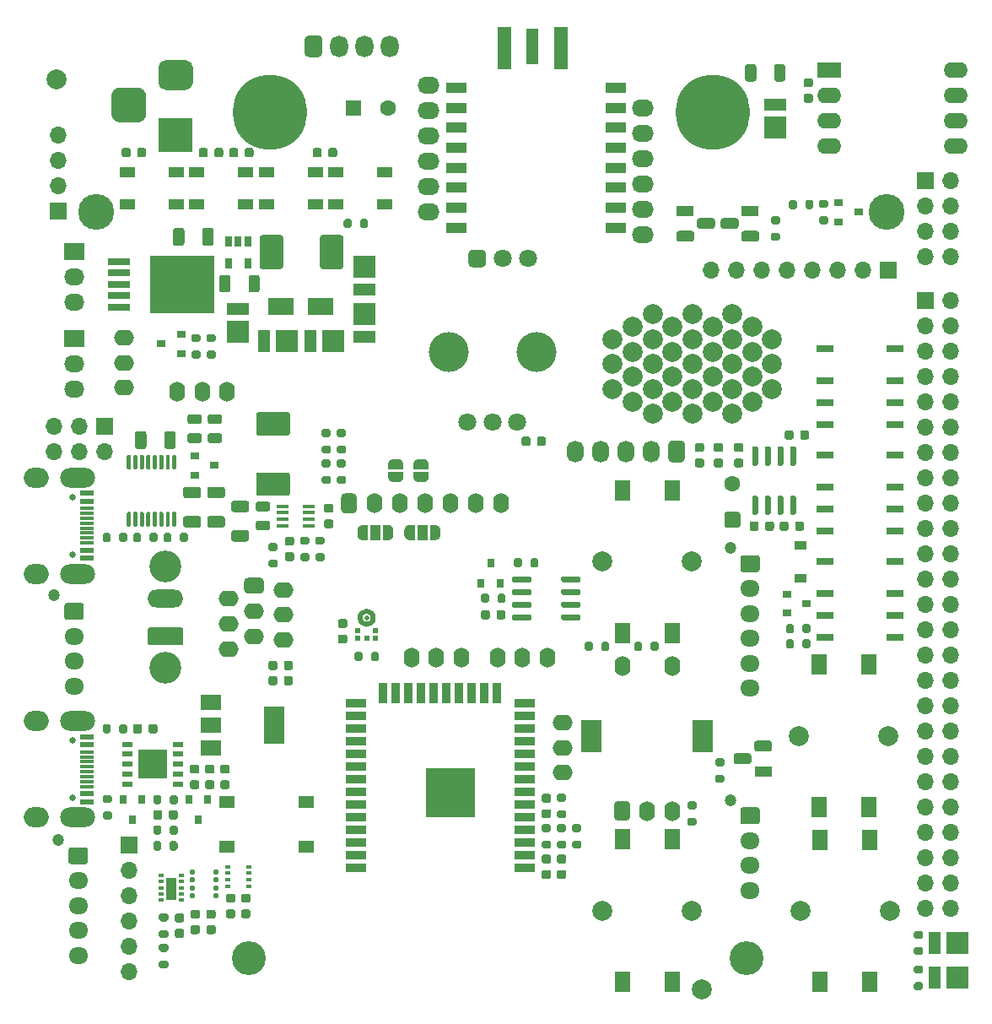
<source format=gbr>
%TF.GenerationSoftware,KiCad,Pcbnew,(5.1.8)-1*%
%TF.CreationDate,2021-11-25T19:48:05+01:00*%
%TF.ProjectId,pcbV10,70636256-3130-42e6-9b69-6361645f7063,rev?*%
%TF.SameCoordinates,Original*%
%TF.FileFunction,Soldermask,Top*%
%TF.FilePolarity,Negative*%
%FSLAX46Y46*%
G04 Gerber Fmt 4.6, Leading zero omitted, Abs format (unit mm)*
G04 Created by KiCad (PCBNEW (5.1.8)-1) date 2021-11-25 19:48:05*
%MOMM*%
%LPD*%
G01*
G04 APERTURE LIST*
%ADD10C,0.500000*%
%ADD11C,1.600000*%
%ADD12R,1.550000X1.300000*%
%ADD13R,2.500000X1.800000*%
%ADD14R,6.400000X5.800000*%
%ADD15R,2.200000X0.800000*%
%ADD16O,1.700000X1.700000*%
%ADD17R,1.700000X1.700000*%
%ADD18R,3.500000X3.500000*%
%ADD19C,3.600000*%
%ADD20O,7.500000X7.500000*%
%ADD21O,2.400000X1.600000*%
%ADD22R,2.400000X1.600000*%
%ADD23C,2.000000*%
%ADD24O,1.600000X2.000000*%
%ADD25R,1.220000X0.400000*%
%ADD26O,2.000000X1.600000*%
%ADD27O,3.600000X1.800000*%
%ADD28R,0.650000X1.060000*%
%ADD29R,1.500000X2.000000*%
%ADD30R,3.000000X3.000000*%
%ADD31R,1.100000X0.510000*%
%ADD32R,2.200000X1.250000*%
%ADD33R,2.200000X2.200000*%
%ADD34R,1.250000X2.200000*%
%ADD35C,0.500000*%
%ADD36R,0.600000X0.522000*%
%ADD37O,2.500000X2.000000*%
%ADD38C,0.650000*%
%ADD39O,3.500000X2.000000*%
%ADD40R,1.450000X0.300000*%
%ADD41R,1.450000X0.600000*%
%ADD42C,1.800000*%
%ADD43R,0.600000X0.400000*%
%ADD44R,1.100000X2.200000*%
%ADD45R,0.500000X0.350000*%
%ADD46R,1.000000X1.500000*%
%ADD47C,0.100000*%
%ADD48C,1.200000*%
%ADD49O,1.950000X1.700000*%
%ADD50C,3.200000*%
%ADD51R,1.500000X1.000000*%
%ADD52R,1.800000X0.800000*%
%ADD53C,3.400000*%
%ADD54R,0.800000X0.900000*%
%ADD55R,2.000000X1.000000*%
%ADD56O,1.800000X2.200000*%
%ADD57R,1.800000X1.100000*%
%ADD58O,1.700000X2.200000*%
%ADD59R,2.000000X0.900000*%
%ADD60R,0.900000X2.000000*%
%ADD61R,5.000000X5.000000*%
%ADD62R,2.000000X1.500000*%
%ADD63R,2.000000X3.800000*%
%ADD64R,2.000000X3.200000*%
%ADD65C,4.000000*%
%ADD66R,0.900000X0.800000*%
%ADD67R,1.270000X3.600000*%
%ADD68R,1.350000X4.200000*%
%ADD69O,2.030000X1.730000*%
%ADD70R,2.030000X1.730000*%
%ADD71O,2.200000X1.700000*%
%ADD72R,1.200000X0.900000*%
%ADD73R,1.600000X1.600000*%
G04 APERTURE END LIST*
D10*
%TO.C,MK1*%
X87025000Y-109142000D02*
G75*
G03*
X87025000Y-109142000I-665000J0D01*
G01*
%TD*%
D11*
%TO.C,J13*%
X123063000Y-95714000D03*
G36*
G01*
X123613000Y-100114000D02*
X122513000Y-100114000D01*
G75*
G02*
X122263000Y-99864000I0J250000D01*
G01*
X122263000Y-98764000D01*
G75*
G02*
X122513000Y-98514000I250000J0D01*
G01*
X123613000Y-98514000D01*
G75*
G02*
X123863000Y-98764000I0J-250000D01*
G01*
X123863000Y-99864000D01*
G75*
G02*
X123613000Y-100114000I-250000J0D01*
G01*
G37*
%TD*%
D12*
%TO.C,SW12*%
X80302000Y-132107500D03*
X80302000Y-127607500D03*
X72352000Y-127607500D03*
X72352000Y-132107500D03*
%TD*%
D13*
%TO.C,D16*%
X81756000Y-77914500D03*
X77756000Y-77914500D03*
%TD*%
D14*
%TO.C,U21*%
X67822500Y-75692000D03*
D15*
X61522500Y-77972000D03*
X61522500Y-76832000D03*
X61522500Y-75692000D03*
X61522500Y-74552000D03*
X61522500Y-73412000D03*
%TD*%
D16*
%TO.C,J12*%
X145000000Y-138250000D03*
X142460000Y-138250000D03*
X145000000Y-135710000D03*
X142460000Y-135710000D03*
X145000000Y-133170000D03*
X142460000Y-133170000D03*
X145000000Y-130630000D03*
X142460000Y-130630000D03*
X145000000Y-128090000D03*
X142460000Y-128090000D03*
X145000000Y-125550000D03*
X142460000Y-125550000D03*
X145000000Y-123010000D03*
X142460000Y-123010000D03*
X145000000Y-120470000D03*
X142460000Y-120470000D03*
X145000000Y-117930000D03*
X142460000Y-117930000D03*
X145000000Y-115390000D03*
X142460000Y-115390000D03*
X145000000Y-112850000D03*
X142460000Y-112850000D03*
X145000000Y-110310000D03*
X142460000Y-110310000D03*
X145000000Y-107770000D03*
X142460000Y-107770000D03*
X145000000Y-105230000D03*
X142460000Y-105230000D03*
X145000000Y-102690000D03*
X142460000Y-102690000D03*
X145000000Y-100150000D03*
X142460000Y-100150000D03*
X145000000Y-97610000D03*
X142460000Y-97610000D03*
X145000000Y-95070000D03*
X142460000Y-95070000D03*
X145000000Y-92530000D03*
X142460000Y-92530000D03*
X145000000Y-89990000D03*
X142460000Y-89990000D03*
X145000000Y-87450000D03*
X142460000Y-87450000D03*
X145000000Y-84910000D03*
X142460000Y-84910000D03*
X145000000Y-82370000D03*
X142460000Y-82370000D03*
X145000000Y-79830000D03*
X142460000Y-79830000D03*
X145000000Y-77290000D03*
D17*
X142460000Y-77290000D03*
%TD*%
D16*
%TO.C,J19*%
X144970500Y-72898000D03*
X142430500Y-72898000D03*
X144970500Y-70358000D03*
X142430500Y-70358000D03*
X144970500Y-67818000D03*
X142430500Y-67818000D03*
X144970500Y-65278000D03*
D17*
X142430500Y-65278000D03*
%TD*%
%TO.C,J18*%
G36*
G01*
X61608000Y-55956000D02*
X63358000Y-55956000D01*
G75*
G02*
X64233000Y-56831000I0J-875000D01*
G01*
X64233000Y-58581000D01*
G75*
G02*
X63358000Y-59456000I-875000J0D01*
G01*
X61608000Y-59456000D01*
G75*
G02*
X60733000Y-58581000I0J875000D01*
G01*
X60733000Y-56831000D01*
G75*
G02*
X61608000Y-55956000I875000J0D01*
G01*
G37*
G36*
G01*
X66183000Y-53206000D02*
X68183000Y-53206000D01*
G75*
G02*
X68933000Y-53956000I0J-750000D01*
G01*
X68933000Y-55456000D01*
G75*
G02*
X68183000Y-56206000I-750000J0D01*
G01*
X66183000Y-56206000D01*
G75*
G02*
X65433000Y-55456000I0J750000D01*
G01*
X65433000Y-53956000D01*
G75*
G02*
X66183000Y-53206000I750000J0D01*
G01*
G37*
D18*
X67183000Y-60706000D03*
%TD*%
D19*
%TO.C,R18*%
X138582000Y-68453000D03*
X59182000Y-68453000D03*
D20*
X76632000Y-58453000D03*
X121132000Y-58453000D03*
%TD*%
%TO.C,L2*%
G36*
G01*
X75497000Y-94560000D02*
X78427000Y-94560000D01*
G75*
G02*
X78662000Y-94795000I0J-235000D01*
G01*
X78662000Y-96675000D01*
G75*
G02*
X78427000Y-96910000I-235000J0D01*
G01*
X75497000Y-96910000D01*
G75*
G02*
X75262000Y-96675000I0J235000D01*
G01*
X75262000Y-94795000D01*
G75*
G02*
X75497000Y-94560000I235000J0D01*
G01*
G37*
G36*
G01*
X75497000Y-88510000D02*
X78427000Y-88510000D01*
G75*
G02*
X78662000Y-88745000I0J-235000D01*
G01*
X78662000Y-90625000D01*
G75*
G02*
X78427000Y-90860000I-235000J0D01*
G01*
X75497000Y-90860000D01*
G75*
G02*
X75262000Y-90625000I0J235000D01*
G01*
X75262000Y-88745000D01*
G75*
G02*
X75497000Y-88510000I235000J0D01*
G01*
G37*
%TD*%
%TO.C,L1*%
G36*
G01*
X77969500Y-70988500D02*
X77969500Y-73918500D01*
G75*
G02*
X77734500Y-74153500I-235000J0D01*
G01*
X75854500Y-74153500D01*
G75*
G02*
X75619500Y-73918500I0J235000D01*
G01*
X75619500Y-70988500D01*
G75*
G02*
X75854500Y-70753500I235000J0D01*
G01*
X77734500Y-70753500D01*
G75*
G02*
X77969500Y-70988500I0J-235000D01*
G01*
G37*
G36*
G01*
X84019500Y-70988500D02*
X84019500Y-73918500D01*
G75*
G02*
X83784500Y-74153500I-235000J0D01*
G01*
X81904500Y-74153500D01*
G75*
G02*
X81669500Y-73918500I0J235000D01*
G01*
X81669500Y-70988500D01*
G75*
G02*
X81904500Y-70753500I235000J0D01*
G01*
X83784500Y-70753500D01*
G75*
G02*
X84019500Y-70988500I0J-235000D01*
G01*
G37*
%TD*%
D21*
%TO.C,U4*%
X145500000Y-54229000D03*
X132800000Y-61849000D03*
X145500000Y-56769000D03*
X132800000Y-59309000D03*
X145500000Y-59309000D03*
X132800000Y-56769000D03*
X145500000Y-61849000D03*
D22*
X132800000Y-54229000D03*
%TD*%
D23*
%TO.C,SP1*%
X127063000Y-86193000D03*
X127063000Y-83693000D03*
X127063000Y-81193000D03*
X125063000Y-79943000D03*
X125063000Y-82443000D03*
X125063000Y-84943000D03*
X125063000Y-87443000D03*
X123063000Y-88693000D03*
X123063000Y-86193000D03*
X123063000Y-83693000D03*
X123063000Y-81193000D03*
X123063000Y-78693000D03*
X121063000Y-79943000D03*
X121063000Y-82443000D03*
X121063000Y-84943000D03*
X121063000Y-87443000D03*
X111063000Y-81193000D03*
X111063000Y-83693000D03*
X111063000Y-86193000D03*
X113063000Y-79943000D03*
X113063000Y-82443000D03*
X113063000Y-84943000D03*
X113063000Y-87443000D03*
X115063000Y-78693000D03*
X115063000Y-81193000D03*
X115063000Y-83693000D03*
X115063000Y-86193000D03*
X115063000Y-88693000D03*
X117063000Y-79943000D03*
X117063000Y-82443000D03*
X117063000Y-84943000D03*
X117063000Y-87443000D03*
X119063000Y-78693000D03*
X119063000Y-81193000D03*
X119063000Y-83693000D03*
X119063000Y-86193000D03*
X119063000Y-88693000D03*
%TD*%
%TO.C,C2*%
G36*
G01*
X105668000Y-134437000D02*
X106168000Y-134437000D01*
G75*
G02*
X106393000Y-134662000I0J-225000D01*
G01*
X106393000Y-135112000D01*
G75*
G02*
X106168000Y-135337000I-225000J0D01*
G01*
X105668000Y-135337000D01*
G75*
G02*
X105443000Y-135112000I0J225000D01*
G01*
X105443000Y-134662000D01*
G75*
G02*
X105668000Y-134437000I225000J0D01*
G01*
G37*
G36*
G01*
X105668000Y-132887000D02*
X106168000Y-132887000D01*
G75*
G02*
X106393000Y-133112000I0J-225000D01*
G01*
X106393000Y-133562000D01*
G75*
G02*
X106168000Y-133787000I-225000J0D01*
G01*
X105668000Y-133787000D01*
G75*
G02*
X105443000Y-133562000I0J225000D01*
G01*
X105443000Y-133112000D01*
G75*
G02*
X105668000Y-132887000I225000J0D01*
G01*
G37*
%TD*%
%TO.C,R47*%
G36*
G01*
X84095000Y-91015000D02*
X83545000Y-91015000D01*
G75*
G02*
X83345000Y-90815000I0J200000D01*
G01*
X83345000Y-90415000D01*
G75*
G02*
X83545000Y-90215000I200000J0D01*
G01*
X84095000Y-90215000D01*
G75*
G02*
X84295000Y-90415000I0J-200000D01*
G01*
X84295000Y-90815000D01*
G75*
G02*
X84095000Y-91015000I-200000J0D01*
G01*
G37*
G36*
G01*
X84095000Y-92665000D02*
X83545000Y-92665000D01*
G75*
G02*
X83345000Y-92465000I0J200000D01*
G01*
X83345000Y-92065000D01*
G75*
G02*
X83545000Y-91865000I200000J0D01*
G01*
X84095000Y-91865000D01*
G75*
G02*
X84295000Y-92065000I0J-200000D01*
G01*
X84295000Y-92465000D01*
G75*
G02*
X84095000Y-92665000I-200000J0D01*
G01*
G37*
%TD*%
%TO.C,C32*%
G36*
G01*
X74310001Y-98541000D02*
X73009999Y-98541000D01*
G75*
G02*
X72760000Y-98291001I0J249999D01*
G01*
X72760000Y-97640999D01*
G75*
G02*
X73009999Y-97391000I249999J0D01*
G01*
X74310001Y-97391000D01*
G75*
G02*
X74560000Y-97640999I0J-249999D01*
G01*
X74560000Y-98291001D01*
G75*
G02*
X74310001Y-98541000I-249999J0D01*
G01*
G37*
G36*
G01*
X74310001Y-101491000D02*
X73009999Y-101491000D01*
G75*
G02*
X72760000Y-101241001I0J249999D01*
G01*
X72760000Y-100590999D01*
G75*
G02*
X73009999Y-100341000I249999J0D01*
G01*
X74310001Y-100341000D01*
G75*
G02*
X74560000Y-100590999I0J-249999D01*
G01*
X74560000Y-101241001D01*
G75*
G02*
X74310001Y-101491000I-249999J0D01*
G01*
G37*
%TD*%
%TO.C,C22*%
G36*
G01*
X71897001Y-97144000D02*
X70596999Y-97144000D01*
G75*
G02*
X70347000Y-96894001I0J249999D01*
G01*
X70347000Y-96243999D01*
G75*
G02*
X70596999Y-95994000I249999J0D01*
G01*
X71897001Y-95994000D01*
G75*
G02*
X72147000Y-96243999I0J-249999D01*
G01*
X72147000Y-96894001D01*
G75*
G02*
X71897001Y-97144000I-249999J0D01*
G01*
G37*
G36*
G01*
X71897001Y-100094000D02*
X70596999Y-100094000D01*
G75*
G02*
X70347000Y-99844001I0J249999D01*
G01*
X70347000Y-99193999D01*
G75*
G02*
X70596999Y-98944000I249999J0D01*
G01*
X71897001Y-98944000D01*
G75*
G02*
X72147000Y-99193999I0J-249999D01*
G01*
X72147000Y-99844001D01*
G75*
G02*
X71897001Y-100094000I-249999J0D01*
G01*
G37*
%TD*%
D24*
%TO.C,SW11*%
X67350000Y-86487000D03*
X72350000Y-86487000D03*
X69850000Y-86487000D03*
%TD*%
D25*
%TO.C,U11*%
X80558000Y-97963000D03*
X80558000Y-98603000D03*
X80558000Y-99263000D03*
X80558000Y-99903000D03*
X77938000Y-99903000D03*
X77938000Y-99263000D03*
X77938000Y-98603000D03*
X77938000Y-97963000D03*
%TD*%
%TO.C,R46*%
G36*
G01*
X82021000Y-91865000D02*
X82571000Y-91865000D01*
G75*
G02*
X82771000Y-92065000I0J-200000D01*
G01*
X82771000Y-92465000D01*
G75*
G02*
X82571000Y-92665000I-200000J0D01*
G01*
X82021000Y-92665000D01*
G75*
G02*
X81821000Y-92465000I0J200000D01*
G01*
X81821000Y-92065000D01*
G75*
G02*
X82021000Y-91865000I200000J0D01*
G01*
G37*
G36*
G01*
X82021000Y-90215000D02*
X82571000Y-90215000D01*
G75*
G02*
X82771000Y-90415000I0J-200000D01*
G01*
X82771000Y-90815000D01*
G75*
G02*
X82571000Y-91015000I-200000J0D01*
G01*
X82021000Y-91015000D01*
G75*
G02*
X81821000Y-90815000I0J200000D01*
G01*
X81821000Y-90415000D01*
G75*
G02*
X82021000Y-90215000I200000J0D01*
G01*
G37*
%TD*%
%TO.C,R45*%
G36*
G01*
X84095000Y-94063000D02*
X83545000Y-94063000D01*
G75*
G02*
X83345000Y-93863000I0J200000D01*
G01*
X83345000Y-93463000D01*
G75*
G02*
X83545000Y-93263000I200000J0D01*
G01*
X84095000Y-93263000D01*
G75*
G02*
X84295000Y-93463000I0J-200000D01*
G01*
X84295000Y-93863000D01*
G75*
G02*
X84095000Y-94063000I-200000J0D01*
G01*
G37*
G36*
G01*
X84095000Y-95713000D02*
X83545000Y-95713000D01*
G75*
G02*
X83345000Y-95513000I0J200000D01*
G01*
X83345000Y-95113000D01*
G75*
G02*
X83545000Y-94913000I200000J0D01*
G01*
X84095000Y-94913000D01*
G75*
G02*
X84295000Y-95113000I0J-200000D01*
G01*
X84295000Y-95513000D01*
G75*
G02*
X84095000Y-95713000I-200000J0D01*
G01*
G37*
%TD*%
%TO.C,R32*%
G36*
G01*
X80412000Y-101810000D02*
X79862000Y-101810000D01*
G75*
G02*
X79662000Y-101610000I0J200000D01*
G01*
X79662000Y-101210000D01*
G75*
G02*
X79862000Y-101010000I200000J0D01*
G01*
X80412000Y-101010000D01*
G75*
G02*
X80612000Y-101210000I0J-200000D01*
G01*
X80612000Y-101610000D01*
G75*
G02*
X80412000Y-101810000I-200000J0D01*
G01*
G37*
G36*
G01*
X80412000Y-103460000D02*
X79862000Y-103460000D01*
G75*
G02*
X79662000Y-103260000I0J200000D01*
G01*
X79662000Y-102860000D01*
G75*
G02*
X79862000Y-102660000I200000J0D01*
G01*
X80412000Y-102660000D01*
G75*
G02*
X80612000Y-102860000I0J-200000D01*
G01*
X80612000Y-103260000D01*
G75*
G02*
X80412000Y-103460000I-200000J0D01*
G01*
G37*
%TD*%
%TO.C,R31*%
G36*
G01*
X82021000Y-94913000D02*
X82571000Y-94913000D01*
G75*
G02*
X82771000Y-95113000I0J-200000D01*
G01*
X82771000Y-95513000D01*
G75*
G02*
X82571000Y-95713000I-200000J0D01*
G01*
X82021000Y-95713000D01*
G75*
G02*
X81821000Y-95513000I0J200000D01*
G01*
X81821000Y-95113000D01*
G75*
G02*
X82021000Y-94913000I200000J0D01*
G01*
G37*
G36*
G01*
X82021000Y-93263000D02*
X82571000Y-93263000D01*
G75*
G02*
X82771000Y-93463000I0J-200000D01*
G01*
X82771000Y-93863000D01*
G75*
G02*
X82571000Y-94063000I-200000J0D01*
G01*
X82021000Y-94063000D01*
G75*
G02*
X81821000Y-93863000I0J200000D01*
G01*
X81821000Y-93463000D01*
G75*
G02*
X82021000Y-93263000I200000J0D01*
G01*
G37*
%TD*%
%TO.C,R27*%
G36*
G01*
X81936000Y-101810000D02*
X81386000Y-101810000D01*
G75*
G02*
X81186000Y-101610000I0J200000D01*
G01*
X81186000Y-101210000D01*
G75*
G02*
X81386000Y-101010000I200000J0D01*
G01*
X81936000Y-101010000D01*
G75*
G02*
X82136000Y-101210000I0J-200000D01*
G01*
X82136000Y-101610000D01*
G75*
G02*
X81936000Y-101810000I-200000J0D01*
G01*
G37*
G36*
G01*
X81936000Y-103460000D02*
X81386000Y-103460000D01*
G75*
G02*
X81186000Y-103260000I0J200000D01*
G01*
X81186000Y-102860000D01*
G75*
G02*
X81386000Y-102660000I200000J0D01*
G01*
X81936000Y-102660000D01*
G75*
G02*
X82136000Y-102860000I0J-200000D01*
G01*
X82136000Y-103260000D01*
G75*
G02*
X81936000Y-103460000I-200000J0D01*
G01*
G37*
%TD*%
%TO.C,C37*%
G36*
G01*
X69563000Y-89720000D02*
X68613000Y-89720000D01*
G75*
G02*
X68363000Y-89470000I0J250000D01*
G01*
X68363000Y-88970000D01*
G75*
G02*
X68613000Y-88720000I250000J0D01*
G01*
X69563000Y-88720000D01*
G75*
G02*
X69813000Y-88970000I0J-250000D01*
G01*
X69813000Y-89470000D01*
G75*
G02*
X69563000Y-89720000I-250000J0D01*
G01*
G37*
G36*
G01*
X69563000Y-91620000D02*
X68613000Y-91620000D01*
G75*
G02*
X68363000Y-91370000I0J250000D01*
G01*
X68363000Y-90870000D01*
G75*
G02*
X68613000Y-90620000I250000J0D01*
G01*
X69563000Y-90620000D01*
G75*
G02*
X69813000Y-90870000I0J-250000D01*
G01*
X69813000Y-91370000D01*
G75*
G02*
X69563000Y-91620000I-250000J0D01*
G01*
G37*
%TD*%
%TO.C,C36*%
G36*
G01*
X71595000Y-89720000D02*
X70645000Y-89720000D01*
G75*
G02*
X70395000Y-89470000I0J250000D01*
G01*
X70395000Y-88970000D01*
G75*
G02*
X70645000Y-88720000I250000J0D01*
G01*
X71595000Y-88720000D01*
G75*
G02*
X71845000Y-88970000I0J-250000D01*
G01*
X71845000Y-89470000D01*
G75*
G02*
X71595000Y-89720000I-250000J0D01*
G01*
G37*
G36*
G01*
X71595000Y-91620000D02*
X70645000Y-91620000D01*
G75*
G02*
X70395000Y-91370000I0J250000D01*
G01*
X70395000Y-90870000D01*
G75*
G02*
X70645000Y-90620000I250000J0D01*
G01*
X71595000Y-90620000D01*
G75*
G02*
X71845000Y-90870000I0J-250000D01*
G01*
X71845000Y-91370000D01*
G75*
G02*
X71595000Y-91620000I-250000J0D01*
G01*
G37*
%TD*%
%TO.C,C35*%
G36*
G01*
X78363000Y-102560000D02*
X78863000Y-102560000D01*
G75*
G02*
X79088000Y-102785000I0J-225000D01*
G01*
X79088000Y-103235000D01*
G75*
G02*
X78863000Y-103460000I-225000J0D01*
G01*
X78363000Y-103460000D01*
G75*
G02*
X78138000Y-103235000I0J225000D01*
G01*
X78138000Y-102785000D01*
G75*
G02*
X78363000Y-102560000I225000J0D01*
G01*
G37*
G36*
G01*
X78363000Y-101010000D02*
X78863000Y-101010000D01*
G75*
G02*
X79088000Y-101235000I0J-225000D01*
G01*
X79088000Y-101685000D01*
G75*
G02*
X78863000Y-101910000I-225000J0D01*
G01*
X78363000Y-101910000D01*
G75*
G02*
X78138000Y-101685000I0J225000D01*
G01*
X78138000Y-101235000D01*
G75*
G02*
X78363000Y-101010000I225000J0D01*
G01*
G37*
%TD*%
%TO.C,C34*%
G36*
G01*
X82800000Y-98608000D02*
X82300000Y-98608000D01*
G75*
G02*
X82075000Y-98383000I0J225000D01*
G01*
X82075000Y-97933000D01*
G75*
G02*
X82300000Y-97708000I225000J0D01*
G01*
X82800000Y-97708000D01*
G75*
G02*
X83025000Y-97933000I0J-225000D01*
G01*
X83025000Y-98383000D01*
G75*
G02*
X82800000Y-98608000I-225000J0D01*
G01*
G37*
G36*
G01*
X82800000Y-100158000D02*
X82300000Y-100158000D01*
G75*
G02*
X82075000Y-99933000I0J225000D01*
G01*
X82075000Y-99483000D01*
G75*
G02*
X82300000Y-99258000I225000J0D01*
G01*
X82800000Y-99258000D01*
G75*
G02*
X83025000Y-99483000I0J-225000D01*
G01*
X83025000Y-99933000D01*
G75*
G02*
X82800000Y-100158000I-225000J0D01*
G01*
G37*
%TD*%
%TO.C,C33*%
G36*
G01*
X76421000Y-98483000D02*
X75471000Y-98483000D01*
G75*
G02*
X75221000Y-98233000I0J250000D01*
G01*
X75221000Y-97733000D01*
G75*
G02*
X75471000Y-97483000I250000J0D01*
G01*
X76421000Y-97483000D01*
G75*
G02*
X76671000Y-97733000I0J-250000D01*
G01*
X76671000Y-98233000D01*
G75*
G02*
X76421000Y-98483000I-250000J0D01*
G01*
G37*
G36*
G01*
X76421000Y-100383000D02*
X75471000Y-100383000D01*
G75*
G02*
X75221000Y-100133000I0J250000D01*
G01*
X75221000Y-99633000D01*
G75*
G02*
X75471000Y-99383000I250000J0D01*
G01*
X76421000Y-99383000D01*
G75*
G02*
X76671000Y-99633000I0J-250000D01*
G01*
X76671000Y-100133000D01*
G75*
G02*
X76421000Y-100383000I-250000J0D01*
G01*
G37*
%TD*%
D26*
%TO.C,SW10*%
X61976000Y-86066000D03*
X61976000Y-81066000D03*
X61976000Y-83566000D03*
%TD*%
D27*
%TO.C,J15*%
X66167000Y-107188000D03*
G36*
G01*
X67717000Y-111898000D02*
X64617000Y-111898000D01*
G75*
G02*
X64367000Y-111648000I0J250000D01*
G01*
X64367000Y-110348000D01*
G75*
G02*
X64617000Y-110098000I250000J0D01*
G01*
X67717000Y-110098000D01*
G75*
G02*
X67967000Y-110348000I0J-250000D01*
G01*
X67967000Y-111648000D01*
G75*
G02*
X67717000Y-111898000I-250000J0D01*
G01*
G37*
%TD*%
D16*
%TO.C,J17*%
X120904000Y-74295000D03*
X123444000Y-74295000D03*
X125984000Y-74295000D03*
X128524000Y-74295000D03*
X131064000Y-74295000D03*
X133604000Y-74295000D03*
X136144000Y-74295000D03*
D17*
X138684000Y-74295000D03*
%TD*%
%TO.C,U7*%
G36*
G01*
X71365500Y-137276500D02*
X71090500Y-137276500D01*
G75*
G02*
X70965500Y-137151500I0J125000D01*
G01*
X70965500Y-136901500D01*
G75*
G02*
X71090500Y-136776500I125000J0D01*
G01*
X71365500Y-136776500D01*
G75*
G02*
X71490500Y-136901500I0J-125000D01*
G01*
X71490500Y-137151500D01*
G75*
G02*
X71365500Y-137276500I-125000J0D01*
G01*
G37*
G36*
G01*
X71365500Y-136476500D02*
X71090500Y-136476500D01*
G75*
G02*
X70965500Y-136351500I0J125000D01*
G01*
X70965500Y-136101500D01*
G75*
G02*
X71090500Y-135976500I125000J0D01*
G01*
X71365500Y-135976500D01*
G75*
G02*
X71490500Y-136101500I0J-125000D01*
G01*
X71490500Y-136351500D01*
G75*
G02*
X71365500Y-136476500I-125000J0D01*
G01*
G37*
G36*
G01*
X71365500Y-135676500D02*
X71090500Y-135676500D01*
G75*
G02*
X70965500Y-135551500I0J125000D01*
G01*
X70965500Y-135301500D01*
G75*
G02*
X71090500Y-135176500I125000J0D01*
G01*
X71365500Y-135176500D01*
G75*
G02*
X71490500Y-135301500I0J-125000D01*
G01*
X71490500Y-135551500D01*
G75*
G02*
X71365500Y-135676500I-125000J0D01*
G01*
G37*
G36*
G01*
X71365500Y-134876500D02*
X71090500Y-134876500D01*
G75*
G02*
X70965500Y-134751500I0J125000D01*
G01*
X70965500Y-134501500D01*
G75*
G02*
X71090500Y-134376500I125000J0D01*
G01*
X71365500Y-134376500D01*
G75*
G02*
X71490500Y-134501500I0J-125000D01*
G01*
X71490500Y-134751500D01*
G75*
G02*
X71365500Y-134876500I-125000J0D01*
G01*
G37*
G36*
G01*
X68990500Y-134876500D02*
X68715500Y-134876500D01*
G75*
G02*
X68590500Y-134751500I0J125000D01*
G01*
X68590500Y-134501500D01*
G75*
G02*
X68715500Y-134376500I125000J0D01*
G01*
X68990500Y-134376500D01*
G75*
G02*
X69115500Y-134501500I0J-125000D01*
G01*
X69115500Y-134751500D01*
G75*
G02*
X68990500Y-134876500I-125000J0D01*
G01*
G37*
G36*
G01*
X68990500Y-135676500D02*
X68715500Y-135676500D01*
G75*
G02*
X68590500Y-135551500I0J125000D01*
G01*
X68590500Y-135301500D01*
G75*
G02*
X68715500Y-135176500I125000J0D01*
G01*
X68990500Y-135176500D01*
G75*
G02*
X69115500Y-135301500I0J-125000D01*
G01*
X69115500Y-135551500D01*
G75*
G02*
X68990500Y-135676500I-125000J0D01*
G01*
G37*
G36*
G01*
X68990500Y-136476500D02*
X68715500Y-136476500D01*
G75*
G02*
X68590500Y-136351500I0J125000D01*
G01*
X68590500Y-136101500D01*
G75*
G02*
X68715500Y-135976500I125000J0D01*
G01*
X68990500Y-135976500D01*
G75*
G02*
X69115500Y-136101500I0J-125000D01*
G01*
X69115500Y-136351500D01*
G75*
G02*
X68990500Y-136476500I-125000J0D01*
G01*
G37*
G36*
G01*
X68990500Y-137276500D02*
X68715500Y-137276500D01*
G75*
G02*
X68590500Y-137151500I0J125000D01*
G01*
X68590500Y-136901500D01*
G75*
G02*
X68715500Y-136776500I125000J0D01*
G01*
X68990500Y-136776500D01*
G75*
G02*
X69115500Y-136901500I0J-125000D01*
G01*
X69115500Y-137151500D01*
G75*
G02*
X68990500Y-137276500I-125000J0D01*
G01*
G37*
%TD*%
D16*
%TO.C,J16*%
X62484000Y-144653000D03*
X62484000Y-142113000D03*
X62484000Y-139573000D03*
X62484000Y-137033000D03*
X62484000Y-134493000D03*
D17*
X62484000Y-131953000D03*
%TD*%
D23*
%TO.C,FID2*%
X120015000Y-146431000D03*
%TD*%
%TO.C,FID1*%
X55245000Y-55118000D03*
%TD*%
D24*
%TO.C,U14*%
X99822000Y-97663000D03*
X97282000Y-97663000D03*
X94742000Y-97663000D03*
X92202000Y-97663000D03*
X89662000Y-97663000D03*
X87122000Y-97663000D03*
G36*
G01*
X83782000Y-98263000D02*
X83782000Y-97063000D01*
G75*
G02*
X84182000Y-96663000I400000J0D01*
G01*
X84982000Y-96663000D01*
G75*
G02*
X85382000Y-97063000I0J-400000D01*
G01*
X85382000Y-98263000D01*
G75*
G02*
X84982000Y-98663000I-400000J0D01*
G01*
X84182000Y-98663000D01*
G75*
G02*
X83782000Y-98263000I0J400000D01*
G01*
G37*
%TD*%
D28*
%TO.C,U5*%
X74419500Y-73553500D03*
X72519500Y-73553500D03*
X72519500Y-71353500D03*
X73469500Y-71353500D03*
X74419500Y-71353500D03*
%TD*%
%TO.C,R26*%
G36*
G01*
X85705500Y-69871000D02*
X85705500Y-69321000D01*
G75*
G02*
X85905500Y-69121000I200000J0D01*
G01*
X86305500Y-69121000D01*
G75*
G02*
X86505500Y-69321000I0J-200000D01*
G01*
X86505500Y-69871000D01*
G75*
G02*
X86305500Y-70071000I-200000J0D01*
G01*
X85905500Y-70071000D01*
G75*
G02*
X85705500Y-69871000I0J200000D01*
G01*
G37*
G36*
G01*
X84055500Y-69871000D02*
X84055500Y-69321000D01*
G75*
G02*
X84255500Y-69121000I200000J0D01*
G01*
X84655500Y-69121000D01*
G75*
G02*
X84855500Y-69321000I0J-200000D01*
G01*
X84855500Y-69871000D01*
G75*
G02*
X84655500Y-70071000I-200000J0D01*
G01*
X84255500Y-70071000D01*
G75*
G02*
X84055500Y-69871000I0J200000D01*
G01*
G37*
%TD*%
%TO.C,C21*%
G36*
G01*
X69861000Y-71579501D02*
X69861000Y-70279499D01*
G75*
G02*
X70110999Y-70029500I249999J0D01*
G01*
X70761001Y-70029500D01*
G75*
G02*
X71011000Y-70279499I0J-249999D01*
G01*
X71011000Y-71579501D01*
G75*
G02*
X70761001Y-71829500I-249999J0D01*
G01*
X70110999Y-71829500D01*
G75*
G02*
X69861000Y-71579501I0J249999D01*
G01*
G37*
G36*
G01*
X66911000Y-71579501D02*
X66911000Y-70279499D01*
G75*
G02*
X67160999Y-70029500I249999J0D01*
G01*
X67811001Y-70029500D01*
G75*
G02*
X68061000Y-70279499I0J-249999D01*
G01*
X68061000Y-71579501D01*
G75*
G02*
X67811001Y-71829500I-249999J0D01*
G01*
X67160999Y-71829500D01*
G75*
G02*
X66911000Y-71579501I0J249999D01*
G01*
G37*
%TD*%
D23*
%TO.C,SW5*%
X129866000Y-138531600D03*
X138866000Y-138531600D03*
D29*
X131866000Y-131381600D03*
X131866000Y-145681600D03*
X136866000Y-145681600D03*
X136866000Y-131381600D03*
%TD*%
D23*
%TO.C,SW4*%
X119000000Y-103500000D03*
X110000000Y-103500000D03*
D29*
X117000000Y-110650000D03*
X117000000Y-96350000D03*
X112000000Y-96350000D03*
X112000000Y-110650000D03*
%TD*%
D23*
%TO.C,SW3*%
X110000000Y-138500000D03*
X119000000Y-138500000D03*
D29*
X112000000Y-131350000D03*
X112000000Y-145650000D03*
X117000000Y-145650000D03*
X117000000Y-131350000D03*
%TD*%
D23*
%TO.C,SW1*%
X129750000Y-121000000D03*
X138750000Y-121000000D03*
D29*
X131750000Y-113850000D03*
X131750000Y-128150000D03*
X136750000Y-128150000D03*
X136750000Y-113850000D03*
%TD*%
D24*
%TO.C,SW9*%
X95845000Y-113157000D03*
X90845000Y-113157000D03*
X93345000Y-113157000D03*
%TD*%
%TO.C,R44*%
G36*
G01*
X119274000Y-128353000D02*
X118724000Y-128353000D01*
G75*
G02*
X118524000Y-128153000I0J200000D01*
G01*
X118524000Y-127753000D01*
G75*
G02*
X118724000Y-127553000I200000J0D01*
G01*
X119274000Y-127553000D01*
G75*
G02*
X119474000Y-127753000I0J-200000D01*
G01*
X119474000Y-128153000D01*
G75*
G02*
X119274000Y-128353000I-200000J0D01*
G01*
G37*
G36*
G01*
X119274000Y-130003000D02*
X118724000Y-130003000D01*
G75*
G02*
X118524000Y-129803000I0J200000D01*
G01*
X118524000Y-129403000D01*
G75*
G02*
X118724000Y-129203000I200000J0D01*
G01*
X119274000Y-129203000D01*
G75*
G02*
X119474000Y-129403000I0J-200000D01*
G01*
X119474000Y-129803000D01*
G75*
G02*
X119274000Y-130003000I-200000J0D01*
G01*
G37*
%TD*%
D26*
%TO.C,SW8*%
X106045000Y-124674000D03*
X106045000Y-119674000D03*
X106045000Y-122174000D03*
%TD*%
D24*
%TO.C,SW7*%
X104481000Y-113157000D03*
X99481000Y-113157000D03*
X101981000Y-113157000D03*
%TD*%
D26*
%TO.C,SW6*%
X77978000Y-111339000D03*
X77978000Y-106339000D03*
X77978000Y-108839000D03*
%TD*%
D30*
%TO.C,U3*%
X64897000Y-123825000D03*
D31*
X67447000Y-121825000D03*
X67447000Y-122825000D03*
X62347000Y-125825000D03*
X67447000Y-123825000D03*
X67447000Y-124825000D03*
X67447000Y-125825000D03*
X62347000Y-124825000D03*
X62347000Y-123825000D03*
X62347000Y-122825000D03*
X62347000Y-121825000D03*
%TD*%
%TO.C,U18*%
G36*
G01*
X129009000Y-96877000D02*
X129309000Y-96877000D01*
G75*
G02*
X129459000Y-97027000I0J-150000D01*
G01*
X129459000Y-98677000D01*
G75*
G02*
X129309000Y-98827000I-150000J0D01*
G01*
X129009000Y-98827000D01*
G75*
G02*
X128859000Y-98677000I0J150000D01*
G01*
X128859000Y-97027000D01*
G75*
G02*
X129009000Y-96877000I150000J0D01*
G01*
G37*
G36*
G01*
X127739000Y-96877000D02*
X128039000Y-96877000D01*
G75*
G02*
X128189000Y-97027000I0J-150000D01*
G01*
X128189000Y-98677000D01*
G75*
G02*
X128039000Y-98827000I-150000J0D01*
G01*
X127739000Y-98827000D01*
G75*
G02*
X127589000Y-98677000I0J150000D01*
G01*
X127589000Y-97027000D01*
G75*
G02*
X127739000Y-96877000I150000J0D01*
G01*
G37*
G36*
G01*
X126469000Y-96877000D02*
X126769000Y-96877000D01*
G75*
G02*
X126919000Y-97027000I0J-150000D01*
G01*
X126919000Y-98677000D01*
G75*
G02*
X126769000Y-98827000I-150000J0D01*
G01*
X126469000Y-98827000D01*
G75*
G02*
X126319000Y-98677000I0J150000D01*
G01*
X126319000Y-97027000D01*
G75*
G02*
X126469000Y-96877000I150000J0D01*
G01*
G37*
G36*
G01*
X125199000Y-96877000D02*
X125499000Y-96877000D01*
G75*
G02*
X125649000Y-97027000I0J-150000D01*
G01*
X125649000Y-98677000D01*
G75*
G02*
X125499000Y-98827000I-150000J0D01*
G01*
X125199000Y-98827000D01*
G75*
G02*
X125049000Y-98677000I0J150000D01*
G01*
X125049000Y-97027000D01*
G75*
G02*
X125199000Y-96877000I150000J0D01*
G01*
G37*
G36*
G01*
X125199000Y-91927000D02*
X125499000Y-91927000D01*
G75*
G02*
X125649000Y-92077000I0J-150000D01*
G01*
X125649000Y-93727000D01*
G75*
G02*
X125499000Y-93877000I-150000J0D01*
G01*
X125199000Y-93877000D01*
G75*
G02*
X125049000Y-93727000I0J150000D01*
G01*
X125049000Y-92077000D01*
G75*
G02*
X125199000Y-91927000I150000J0D01*
G01*
G37*
G36*
G01*
X126469000Y-91927000D02*
X126769000Y-91927000D01*
G75*
G02*
X126919000Y-92077000I0J-150000D01*
G01*
X126919000Y-93727000D01*
G75*
G02*
X126769000Y-93877000I-150000J0D01*
G01*
X126469000Y-93877000D01*
G75*
G02*
X126319000Y-93727000I0J150000D01*
G01*
X126319000Y-92077000D01*
G75*
G02*
X126469000Y-91927000I150000J0D01*
G01*
G37*
G36*
G01*
X127739000Y-91927000D02*
X128039000Y-91927000D01*
G75*
G02*
X128189000Y-92077000I0J-150000D01*
G01*
X128189000Y-93727000D01*
G75*
G02*
X128039000Y-93877000I-150000J0D01*
G01*
X127739000Y-93877000D01*
G75*
G02*
X127589000Y-93727000I0J150000D01*
G01*
X127589000Y-92077000D01*
G75*
G02*
X127739000Y-91927000I150000J0D01*
G01*
G37*
G36*
G01*
X129009000Y-91927000D02*
X129309000Y-91927000D01*
G75*
G02*
X129459000Y-92077000I0J-150000D01*
G01*
X129459000Y-93727000D01*
G75*
G02*
X129309000Y-93877000I-150000J0D01*
G01*
X129009000Y-93877000D01*
G75*
G02*
X128859000Y-93727000I0J150000D01*
G01*
X128859000Y-92077000D01*
G75*
G02*
X129009000Y-91927000I150000J0D01*
G01*
G37*
%TD*%
%TO.C,U6*%
G36*
G01*
X102894000Y-108943000D02*
X102894000Y-109243000D01*
G75*
G02*
X102744000Y-109393000I-150000J0D01*
G01*
X101094000Y-109393000D01*
G75*
G02*
X100944000Y-109243000I0J150000D01*
G01*
X100944000Y-108943000D01*
G75*
G02*
X101094000Y-108793000I150000J0D01*
G01*
X102744000Y-108793000D01*
G75*
G02*
X102894000Y-108943000I0J-150000D01*
G01*
G37*
G36*
G01*
X102894000Y-107673000D02*
X102894000Y-107973000D01*
G75*
G02*
X102744000Y-108123000I-150000J0D01*
G01*
X101094000Y-108123000D01*
G75*
G02*
X100944000Y-107973000I0J150000D01*
G01*
X100944000Y-107673000D01*
G75*
G02*
X101094000Y-107523000I150000J0D01*
G01*
X102744000Y-107523000D01*
G75*
G02*
X102894000Y-107673000I0J-150000D01*
G01*
G37*
G36*
G01*
X102894000Y-106403000D02*
X102894000Y-106703000D01*
G75*
G02*
X102744000Y-106853000I-150000J0D01*
G01*
X101094000Y-106853000D01*
G75*
G02*
X100944000Y-106703000I0J150000D01*
G01*
X100944000Y-106403000D01*
G75*
G02*
X101094000Y-106253000I150000J0D01*
G01*
X102744000Y-106253000D01*
G75*
G02*
X102894000Y-106403000I0J-150000D01*
G01*
G37*
G36*
G01*
X102894000Y-105133000D02*
X102894000Y-105433000D01*
G75*
G02*
X102744000Y-105583000I-150000J0D01*
G01*
X101094000Y-105583000D01*
G75*
G02*
X100944000Y-105433000I0J150000D01*
G01*
X100944000Y-105133000D01*
G75*
G02*
X101094000Y-104983000I150000J0D01*
G01*
X102744000Y-104983000D01*
G75*
G02*
X102894000Y-105133000I0J-150000D01*
G01*
G37*
G36*
G01*
X107844000Y-105133000D02*
X107844000Y-105433000D01*
G75*
G02*
X107694000Y-105583000I-150000J0D01*
G01*
X106044000Y-105583000D01*
G75*
G02*
X105894000Y-105433000I0J150000D01*
G01*
X105894000Y-105133000D01*
G75*
G02*
X106044000Y-104983000I150000J0D01*
G01*
X107694000Y-104983000D01*
G75*
G02*
X107844000Y-105133000I0J-150000D01*
G01*
G37*
G36*
G01*
X107844000Y-106403000D02*
X107844000Y-106703000D01*
G75*
G02*
X107694000Y-106853000I-150000J0D01*
G01*
X106044000Y-106853000D01*
G75*
G02*
X105894000Y-106703000I0J150000D01*
G01*
X105894000Y-106403000D01*
G75*
G02*
X106044000Y-106253000I150000J0D01*
G01*
X107694000Y-106253000D01*
G75*
G02*
X107844000Y-106403000I0J-150000D01*
G01*
G37*
G36*
G01*
X107844000Y-107673000D02*
X107844000Y-107973000D01*
G75*
G02*
X107694000Y-108123000I-150000J0D01*
G01*
X106044000Y-108123000D01*
G75*
G02*
X105894000Y-107973000I0J150000D01*
G01*
X105894000Y-107673000D01*
G75*
G02*
X106044000Y-107523000I150000J0D01*
G01*
X107694000Y-107523000D01*
G75*
G02*
X107844000Y-107673000I0J-150000D01*
G01*
G37*
G36*
G01*
X107844000Y-108943000D02*
X107844000Y-109243000D01*
G75*
G02*
X107694000Y-109393000I-150000J0D01*
G01*
X106044000Y-109393000D01*
G75*
G02*
X105894000Y-109243000I0J150000D01*
G01*
X105894000Y-108943000D01*
G75*
G02*
X106044000Y-108793000I150000J0D01*
G01*
X107694000Y-108793000D01*
G75*
G02*
X107844000Y-108943000I0J-150000D01*
G01*
G37*
%TD*%
D32*
%TO.C,D14*%
X73406000Y-78190500D03*
D33*
X73406000Y-80465500D03*
%TD*%
D32*
%TO.C,D13*%
X86106000Y-76241500D03*
D33*
X86106000Y-73966500D03*
%TD*%
D34*
%TO.C,D12*%
X76031500Y-81407000D03*
D33*
X78306500Y-81407000D03*
%TD*%
D32*
%TO.C,D11*%
X86106000Y-80940500D03*
D33*
X86106000Y-78665500D03*
%TD*%
D34*
%TO.C,D10*%
X80730500Y-81407000D03*
D33*
X83005500Y-81407000D03*
%TD*%
D34*
%TO.C,D8*%
X143375000Y-141750000D03*
D33*
X145650000Y-141750000D03*
%TD*%
D34*
%TO.C,D7*%
X143375000Y-145250000D03*
D33*
X145650000Y-145250000D03*
%TD*%
D32*
%TO.C,D6*%
X127381000Y-57680000D03*
D33*
X127381000Y-59955000D03*
%TD*%
%TO.C,R43*%
G36*
G01*
X85935000Y-112755000D02*
X85935000Y-113305000D01*
G75*
G02*
X85735000Y-113505000I-200000J0D01*
G01*
X85335000Y-113505000D01*
G75*
G02*
X85135000Y-113305000I0J200000D01*
G01*
X85135000Y-112755000D01*
G75*
G02*
X85335000Y-112555000I200000J0D01*
G01*
X85735000Y-112555000D01*
G75*
G02*
X85935000Y-112755000I0J-200000D01*
G01*
G37*
G36*
G01*
X87585000Y-112755000D02*
X87585000Y-113305000D01*
G75*
G02*
X87385000Y-113505000I-200000J0D01*
G01*
X86985000Y-113505000D01*
G75*
G02*
X86785000Y-113305000I0J200000D01*
G01*
X86785000Y-112755000D01*
G75*
G02*
X86985000Y-112555000I200000J0D01*
G01*
X87385000Y-112555000D01*
G75*
G02*
X87585000Y-112755000I0J-200000D01*
G01*
G37*
%TD*%
%TO.C,R42*%
G36*
G01*
X102799000Y-91190000D02*
X102799000Y-91690000D01*
G75*
G02*
X102574000Y-91915000I-225000J0D01*
G01*
X102124000Y-91915000D01*
G75*
G02*
X101899000Y-91690000I0J225000D01*
G01*
X101899000Y-91190000D01*
G75*
G02*
X102124000Y-90965000I225000J0D01*
G01*
X102574000Y-90965000D01*
G75*
G02*
X102799000Y-91190000I0J-225000D01*
G01*
G37*
G36*
G01*
X104349000Y-91190000D02*
X104349000Y-91690000D01*
G75*
G02*
X104124000Y-91915000I-225000J0D01*
G01*
X103674000Y-91915000D01*
G75*
G02*
X103449000Y-91690000I0J225000D01*
G01*
X103449000Y-91190000D01*
G75*
G02*
X103674000Y-90965000I225000J0D01*
G01*
X104124000Y-90965000D01*
G75*
G02*
X104349000Y-91190000I0J-225000D01*
G01*
G37*
%TD*%
D35*
%TO.C,MK1*%
X86360000Y-109142000D03*
D36*
X86360000Y-111216000D03*
X85460000Y-111216000D03*
X85460000Y-110394000D03*
X87260000Y-110394000D03*
X87260000Y-111216000D03*
%TD*%
%TO.C,C31*%
G36*
G01*
X83697000Y-110815000D02*
X84197000Y-110815000D01*
G75*
G02*
X84422000Y-111040000I0J-225000D01*
G01*
X84422000Y-111490000D01*
G75*
G02*
X84197000Y-111715000I-225000J0D01*
G01*
X83697000Y-111715000D01*
G75*
G02*
X83472000Y-111490000I0J225000D01*
G01*
X83472000Y-111040000D01*
G75*
G02*
X83697000Y-110815000I225000J0D01*
G01*
G37*
G36*
G01*
X83697000Y-109265000D02*
X84197000Y-109265000D01*
G75*
G02*
X84422000Y-109490000I0J-225000D01*
G01*
X84422000Y-109940000D01*
G75*
G02*
X84197000Y-110165000I-225000J0D01*
G01*
X83697000Y-110165000D01*
G75*
G02*
X83472000Y-109940000I0J225000D01*
G01*
X83472000Y-109490000D01*
G75*
G02*
X83697000Y-109265000I225000J0D01*
G01*
G37*
%TD*%
%TO.C,R41*%
G36*
G01*
X61512000Y-101367000D02*
X61512000Y-100817000D01*
G75*
G02*
X61712000Y-100617000I200000J0D01*
G01*
X62112000Y-100617000D01*
G75*
G02*
X62312000Y-100817000I0J-200000D01*
G01*
X62312000Y-101367000D01*
G75*
G02*
X62112000Y-101567000I-200000J0D01*
G01*
X61712000Y-101567000D01*
G75*
G02*
X61512000Y-101367000I0J200000D01*
G01*
G37*
G36*
G01*
X59862000Y-101367000D02*
X59862000Y-100817000D01*
G75*
G02*
X60062000Y-100617000I200000J0D01*
G01*
X60462000Y-100617000D01*
G75*
G02*
X60662000Y-100817000I0J-200000D01*
G01*
X60662000Y-101367000D01*
G75*
G02*
X60462000Y-101567000I-200000J0D01*
G01*
X60062000Y-101567000D01*
G75*
G02*
X59862000Y-101367000I0J200000D01*
G01*
G37*
%TD*%
%TO.C,C19*%
G36*
G01*
X68183999Y-98944000D02*
X69484001Y-98944000D01*
G75*
G02*
X69734000Y-99193999I0J-249999D01*
G01*
X69734000Y-99844001D01*
G75*
G02*
X69484001Y-100094000I-249999J0D01*
G01*
X68183999Y-100094000D01*
G75*
G02*
X67934000Y-99844001I0J249999D01*
G01*
X67934000Y-99193999D01*
G75*
G02*
X68183999Y-98944000I249999J0D01*
G01*
G37*
G36*
G01*
X68183999Y-95994000D02*
X69484001Y-95994000D01*
G75*
G02*
X69734000Y-96243999I0J-249999D01*
G01*
X69734000Y-96894001D01*
G75*
G02*
X69484001Y-97144000I-249999J0D01*
G01*
X68183999Y-97144000D01*
G75*
G02*
X67934000Y-96894001I0J249999D01*
G01*
X67934000Y-96243999D01*
G75*
G02*
X68183999Y-95994000I249999J0D01*
G01*
G37*
%TD*%
%TO.C,C17*%
G36*
G01*
X66051000Y-91963001D02*
X66051000Y-90662999D01*
G75*
G02*
X66300999Y-90413000I249999J0D01*
G01*
X66951001Y-90413000D01*
G75*
G02*
X67201000Y-90662999I0J-249999D01*
G01*
X67201000Y-91963001D01*
G75*
G02*
X66951001Y-92213000I-249999J0D01*
G01*
X66300999Y-92213000D01*
G75*
G02*
X66051000Y-91963001I0J249999D01*
G01*
G37*
G36*
G01*
X63101000Y-91963001D02*
X63101000Y-90662999D01*
G75*
G02*
X63350999Y-90413000I249999J0D01*
G01*
X64001001Y-90413000D01*
G75*
G02*
X64251000Y-90662999I0J-249999D01*
G01*
X64251000Y-91963001D01*
G75*
G02*
X64001001Y-92213000I-249999J0D01*
G01*
X63350999Y-92213000D01*
G75*
G02*
X63101000Y-91963001I0J249999D01*
G01*
G37*
%TD*%
D37*
%TO.C,J1*%
X53179000Y-129153000D03*
D38*
X56829000Y-127223000D03*
D37*
X53179000Y-119513000D03*
D38*
X56829000Y-121443000D03*
D39*
X57359000Y-119513000D03*
X57359000Y-129153000D03*
D40*
X58274000Y-124083000D03*
X58274000Y-126083000D03*
X58274000Y-125583000D03*
X58274000Y-125083000D03*
X58274000Y-124583000D03*
X58274000Y-123583000D03*
X58274000Y-123083000D03*
X58274000Y-122583000D03*
D41*
X58274000Y-127583000D03*
X58274000Y-126783000D03*
X58274000Y-121883000D03*
X58274000Y-121083000D03*
X58274000Y-121083000D03*
X58274000Y-121883000D03*
X58274000Y-126783000D03*
X58274000Y-127583000D03*
%TD*%
D37*
%TO.C,J8*%
X53179000Y-104713000D03*
D38*
X56829000Y-102783000D03*
D37*
X53179000Y-95073000D03*
D38*
X56829000Y-97003000D03*
D39*
X57359000Y-95073000D03*
X57359000Y-104713000D03*
D40*
X58274000Y-99643000D03*
X58274000Y-101643000D03*
X58274000Y-101143000D03*
X58274000Y-100643000D03*
X58274000Y-100143000D03*
X58274000Y-99143000D03*
X58274000Y-98643000D03*
X58274000Y-98143000D03*
D41*
X58274000Y-103143000D03*
X58274000Y-102343000D03*
X58274000Y-97443000D03*
X58274000Y-96643000D03*
X58274000Y-96643000D03*
X58274000Y-97443000D03*
X58274000Y-102343000D03*
X58274000Y-103143000D03*
%TD*%
D42*
%TO.C,U10*%
X102540000Y-73096000D03*
G36*
G01*
X96560000Y-73546000D02*
X96560000Y-72646000D01*
G75*
G02*
X97010000Y-72196000I450000J0D01*
G01*
X97910000Y-72196000D01*
G75*
G02*
X98360000Y-72646000I0J-450000D01*
G01*
X98360000Y-73546000D01*
G75*
G02*
X97910000Y-73996000I-450000J0D01*
G01*
X97010000Y-73996000D01*
G75*
G02*
X96560000Y-73546000I0J450000D01*
G01*
G37*
X100000000Y-73096000D03*
%TD*%
D43*
%TO.C,U20*%
X67788500Y-136207500D03*
X65688500Y-136807500D03*
X65688500Y-136207500D03*
X65688500Y-135607500D03*
X65688500Y-135007500D03*
X65688500Y-137407500D03*
X67788500Y-135607500D03*
X67788500Y-135007500D03*
X67788500Y-136807500D03*
X67788500Y-137407500D03*
D44*
X66738500Y-136357500D03*
%TD*%
%TO.C,C30*%
G36*
G01*
X67314000Y-140342500D02*
X67814000Y-140342500D01*
G75*
G02*
X68039000Y-140567500I0J-225000D01*
G01*
X68039000Y-141017500D01*
G75*
G02*
X67814000Y-141242500I-225000J0D01*
G01*
X67314000Y-141242500D01*
G75*
G02*
X67089000Y-141017500I0J225000D01*
G01*
X67089000Y-140567500D01*
G75*
G02*
X67314000Y-140342500I225000J0D01*
G01*
G37*
G36*
G01*
X67314000Y-138792500D02*
X67814000Y-138792500D01*
G75*
G02*
X68039000Y-139017500I0J-225000D01*
G01*
X68039000Y-139467500D01*
G75*
G02*
X67814000Y-139692500I-225000J0D01*
G01*
X67314000Y-139692500D01*
G75*
G02*
X67089000Y-139467500I0J225000D01*
G01*
X67089000Y-139017500D01*
G75*
G02*
X67314000Y-138792500I225000J0D01*
G01*
G37*
%TD*%
%TO.C,C20*%
G36*
G01*
X104144000Y-128341000D02*
X104644000Y-128341000D01*
G75*
G02*
X104869000Y-128566000I0J-225000D01*
G01*
X104869000Y-129016000D01*
G75*
G02*
X104644000Y-129241000I-225000J0D01*
G01*
X104144000Y-129241000D01*
G75*
G02*
X103919000Y-129016000I0J225000D01*
G01*
X103919000Y-128566000D01*
G75*
G02*
X104144000Y-128341000I225000J0D01*
G01*
G37*
G36*
G01*
X104144000Y-126791000D02*
X104644000Y-126791000D01*
G75*
G02*
X104869000Y-127016000I0J-225000D01*
G01*
X104869000Y-127466000D01*
G75*
G02*
X104644000Y-127691000I-225000J0D01*
G01*
X104144000Y-127691000D01*
G75*
G02*
X103919000Y-127466000I0J225000D01*
G01*
X103919000Y-127016000D01*
G75*
G02*
X104144000Y-126791000I225000J0D01*
G01*
G37*
%TD*%
%TO.C,R21*%
G36*
G01*
X105643000Y-128441000D02*
X106193000Y-128441000D01*
G75*
G02*
X106393000Y-128641000I0J-200000D01*
G01*
X106393000Y-129041000D01*
G75*
G02*
X106193000Y-129241000I-200000J0D01*
G01*
X105643000Y-129241000D01*
G75*
G02*
X105443000Y-129041000I0J200000D01*
G01*
X105443000Y-128641000D01*
G75*
G02*
X105643000Y-128441000I200000J0D01*
G01*
G37*
G36*
G01*
X105643000Y-126791000D02*
X106193000Y-126791000D01*
G75*
G02*
X106393000Y-126991000I0J-200000D01*
G01*
X106393000Y-127391000D01*
G75*
G02*
X106193000Y-127591000I-200000J0D01*
G01*
X105643000Y-127591000D01*
G75*
G02*
X105443000Y-127391000I0J200000D01*
G01*
X105443000Y-126991000D01*
G75*
G02*
X105643000Y-126791000I200000J0D01*
G01*
G37*
%TD*%
D45*
%TO.C,U19*%
X74494500Y-134089500D03*
X74494500Y-134739500D03*
X74494500Y-135389500D03*
X74494500Y-136039500D03*
X72444500Y-136039500D03*
X72444500Y-135389500D03*
X72444500Y-134739500D03*
X72444500Y-134089500D03*
%TD*%
D46*
%TO.C,JP3*%
X87249000Y-100584000D03*
D47*
G36*
X85949000Y-101333398D02*
G01*
X85924466Y-101333398D01*
X85875635Y-101328588D01*
X85827510Y-101319016D01*
X85780555Y-101304772D01*
X85735222Y-101285995D01*
X85691949Y-101262864D01*
X85651150Y-101235604D01*
X85613221Y-101204476D01*
X85578524Y-101169779D01*
X85547396Y-101131850D01*
X85520136Y-101091051D01*
X85497005Y-101047778D01*
X85478228Y-101002445D01*
X85463984Y-100955490D01*
X85454412Y-100907365D01*
X85449602Y-100858534D01*
X85449602Y-100834000D01*
X85449000Y-100834000D01*
X85449000Y-100334000D01*
X85449602Y-100334000D01*
X85449602Y-100309466D01*
X85454412Y-100260635D01*
X85463984Y-100212510D01*
X85478228Y-100165555D01*
X85497005Y-100120222D01*
X85520136Y-100076949D01*
X85547396Y-100036150D01*
X85578524Y-99998221D01*
X85613221Y-99963524D01*
X85651150Y-99932396D01*
X85691949Y-99905136D01*
X85735222Y-99882005D01*
X85780555Y-99863228D01*
X85827510Y-99848984D01*
X85875635Y-99839412D01*
X85924466Y-99834602D01*
X85949000Y-99834602D01*
X85949000Y-99834000D01*
X86499000Y-99834000D01*
X86499000Y-101334000D01*
X85949000Y-101334000D01*
X85949000Y-101333398D01*
G37*
G36*
X87999000Y-99834000D02*
G01*
X88549000Y-99834000D01*
X88549000Y-99834602D01*
X88573534Y-99834602D01*
X88622365Y-99839412D01*
X88670490Y-99848984D01*
X88717445Y-99863228D01*
X88762778Y-99882005D01*
X88806051Y-99905136D01*
X88846850Y-99932396D01*
X88884779Y-99963524D01*
X88919476Y-99998221D01*
X88950604Y-100036150D01*
X88977864Y-100076949D01*
X89000995Y-100120222D01*
X89019772Y-100165555D01*
X89034016Y-100212510D01*
X89043588Y-100260635D01*
X89048398Y-100309466D01*
X89048398Y-100334000D01*
X89049000Y-100334000D01*
X89049000Y-100834000D01*
X89048398Y-100834000D01*
X89048398Y-100858534D01*
X89043588Y-100907365D01*
X89034016Y-100955490D01*
X89019772Y-101002445D01*
X89000995Y-101047778D01*
X88977864Y-101091051D01*
X88950604Y-101131850D01*
X88919476Y-101169779D01*
X88884779Y-101204476D01*
X88846850Y-101235604D01*
X88806051Y-101262864D01*
X88762778Y-101285995D01*
X88717445Y-101304772D01*
X88670490Y-101319016D01*
X88622365Y-101328588D01*
X88573534Y-101333398D01*
X88549000Y-101333398D01*
X88549000Y-101334000D01*
X87999000Y-101334000D01*
X87999000Y-99834000D01*
G37*
%TD*%
D46*
%TO.C,JP4*%
X91948000Y-100584000D03*
D47*
G36*
X90648000Y-101333398D02*
G01*
X90623466Y-101333398D01*
X90574635Y-101328588D01*
X90526510Y-101319016D01*
X90479555Y-101304772D01*
X90434222Y-101285995D01*
X90390949Y-101262864D01*
X90350150Y-101235604D01*
X90312221Y-101204476D01*
X90277524Y-101169779D01*
X90246396Y-101131850D01*
X90219136Y-101091051D01*
X90196005Y-101047778D01*
X90177228Y-101002445D01*
X90162984Y-100955490D01*
X90153412Y-100907365D01*
X90148602Y-100858534D01*
X90148602Y-100834000D01*
X90148000Y-100834000D01*
X90148000Y-100334000D01*
X90148602Y-100334000D01*
X90148602Y-100309466D01*
X90153412Y-100260635D01*
X90162984Y-100212510D01*
X90177228Y-100165555D01*
X90196005Y-100120222D01*
X90219136Y-100076949D01*
X90246396Y-100036150D01*
X90277524Y-99998221D01*
X90312221Y-99963524D01*
X90350150Y-99932396D01*
X90390949Y-99905136D01*
X90434222Y-99882005D01*
X90479555Y-99863228D01*
X90526510Y-99848984D01*
X90574635Y-99839412D01*
X90623466Y-99834602D01*
X90648000Y-99834602D01*
X90648000Y-99834000D01*
X91198000Y-99834000D01*
X91198000Y-101334000D01*
X90648000Y-101334000D01*
X90648000Y-101333398D01*
G37*
G36*
X92698000Y-99834000D02*
G01*
X93248000Y-99834000D01*
X93248000Y-99834602D01*
X93272534Y-99834602D01*
X93321365Y-99839412D01*
X93369490Y-99848984D01*
X93416445Y-99863228D01*
X93461778Y-99882005D01*
X93505051Y-99905136D01*
X93545850Y-99932396D01*
X93583779Y-99963524D01*
X93618476Y-99998221D01*
X93649604Y-100036150D01*
X93676864Y-100076949D01*
X93699995Y-100120222D01*
X93718772Y-100165555D01*
X93733016Y-100212510D01*
X93742588Y-100260635D01*
X93747398Y-100309466D01*
X93747398Y-100334000D01*
X93748000Y-100334000D01*
X93748000Y-100834000D01*
X93747398Y-100834000D01*
X93747398Y-100858534D01*
X93742588Y-100907365D01*
X93733016Y-100955490D01*
X93718772Y-101002445D01*
X93699995Y-101047778D01*
X93676864Y-101091051D01*
X93649604Y-101131850D01*
X93618476Y-101169779D01*
X93583779Y-101204476D01*
X93545850Y-101235604D01*
X93505051Y-101262864D01*
X93461778Y-101285995D01*
X93416445Y-101304772D01*
X93369490Y-101319016D01*
X93321365Y-101328588D01*
X93272534Y-101333398D01*
X93248000Y-101333398D01*
X93248000Y-101334000D01*
X92698000Y-101334000D01*
X92698000Y-99834000D01*
G37*
%TD*%
%TO.C,R1*%
G36*
G01*
X104119000Y-131489000D02*
X104669000Y-131489000D01*
G75*
G02*
X104869000Y-131689000I0J-200000D01*
G01*
X104869000Y-132089000D01*
G75*
G02*
X104669000Y-132289000I-200000J0D01*
G01*
X104119000Y-132289000D01*
G75*
G02*
X103919000Y-132089000I0J200000D01*
G01*
X103919000Y-131689000D01*
G75*
G02*
X104119000Y-131489000I200000J0D01*
G01*
G37*
G36*
G01*
X104119000Y-129839000D02*
X104669000Y-129839000D01*
G75*
G02*
X104869000Y-130039000I0J-200000D01*
G01*
X104869000Y-130439000D01*
G75*
G02*
X104669000Y-130639000I-200000J0D01*
G01*
X104119000Y-130639000D01*
G75*
G02*
X103919000Y-130439000I0J200000D01*
G01*
X103919000Y-130039000D01*
G75*
G02*
X104119000Y-129839000I200000J0D01*
G01*
G37*
%TD*%
D48*
%TO.C,J5*%
X122841000Y-102105000D03*
D49*
X124841000Y-116205000D03*
X124841000Y-113705000D03*
X124841000Y-111205000D03*
X124841000Y-108705000D03*
X124841000Y-106205000D03*
G36*
G01*
X124116000Y-102855000D02*
X125566000Y-102855000D01*
G75*
G02*
X125816000Y-103105000I0J-250000D01*
G01*
X125816000Y-104305000D01*
G75*
G02*
X125566000Y-104555000I-250000J0D01*
G01*
X124116000Y-104555000D01*
G75*
G02*
X123866000Y-104305000I0J250000D01*
G01*
X123866000Y-103105000D01*
G75*
G02*
X124116000Y-102855000I250000J0D01*
G01*
G37*
%TD*%
%TO.C,R11*%
G36*
G01*
X98635000Y-106913000D02*
X98635000Y-107463000D01*
G75*
G02*
X98435000Y-107663000I-200000J0D01*
G01*
X98035000Y-107663000D01*
G75*
G02*
X97835000Y-107463000I0J200000D01*
G01*
X97835000Y-106913000D01*
G75*
G02*
X98035000Y-106713000I200000J0D01*
G01*
X98435000Y-106713000D01*
G75*
G02*
X98635000Y-106913000I0J-200000D01*
G01*
G37*
G36*
G01*
X100285000Y-106913000D02*
X100285000Y-107463000D01*
G75*
G02*
X100085000Y-107663000I-200000J0D01*
G01*
X99685000Y-107663000D01*
G75*
G02*
X99485000Y-107463000I0J200000D01*
G01*
X99485000Y-106913000D01*
G75*
G02*
X99685000Y-106713000I200000J0D01*
G01*
X100085000Y-106713000D01*
G75*
G02*
X100285000Y-106913000I0J-200000D01*
G01*
G37*
%TD*%
%TO.C,C12*%
G36*
G01*
X99385000Y-109089000D02*
X99385000Y-108589000D01*
G75*
G02*
X99610000Y-108364000I225000J0D01*
G01*
X100060000Y-108364000D01*
G75*
G02*
X100285000Y-108589000I0J-225000D01*
G01*
X100285000Y-109089000D01*
G75*
G02*
X100060000Y-109314000I-225000J0D01*
G01*
X99610000Y-109314000D01*
G75*
G02*
X99385000Y-109089000I0J225000D01*
G01*
G37*
G36*
G01*
X97835000Y-109089000D02*
X97835000Y-108589000D01*
G75*
G02*
X98060000Y-108364000I225000J0D01*
G01*
X98510000Y-108364000D01*
G75*
G02*
X98735000Y-108589000I0J-225000D01*
G01*
X98735000Y-109089000D01*
G75*
G02*
X98510000Y-109314000I-225000J0D01*
G01*
X98060000Y-109314000D01*
G75*
G02*
X97835000Y-109089000I0J225000D01*
G01*
G37*
%TD*%
D48*
%TO.C,J4*%
X122841000Y-127400000D03*
D49*
X124841000Y-136500000D03*
X124841000Y-134000000D03*
X124841000Y-131500000D03*
G36*
G01*
X124116000Y-128150000D02*
X125566000Y-128150000D01*
G75*
G02*
X125816000Y-128400000I0J-250000D01*
G01*
X125816000Y-129600000D01*
G75*
G02*
X125566000Y-129850000I-250000J0D01*
G01*
X124116000Y-129850000D01*
G75*
G02*
X123866000Y-129600000I0J250000D01*
G01*
X123866000Y-128400000D01*
G75*
G02*
X124116000Y-128150000I250000J0D01*
G01*
G37*
%TD*%
D50*
%TO.C,J7*%
X66167000Y-104013000D03*
X66167000Y-114173000D03*
G36*
G01*
X75657000Y-106718000D02*
X74457000Y-106718000D01*
G75*
G02*
X74057000Y-106318000I0J400000D01*
G01*
X74057000Y-105518000D01*
G75*
G02*
X74457000Y-105118000I400000J0D01*
G01*
X75657000Y-105118000D01*
G75*
G02*
X76057000Y-105518000I0J-400000D01*
G01*
X76057000Y-106318000D01*
G75*
G02*
X75657000Y-106718000I-400000J0D01*
G01*
G37*
D26*
X72517000Y-107188000D03*
X75057000Y-108458000D03*
X72517000Y-109728000D03*
X75057000Y-110998000D03*
X72517000Y-112268000D03*
%TD*%
%TO.C,R40*%
G36*
G01*
X65742000Y-131741500D02*
X65742000Y-132291500D01*
G75*
G02*
X65542000Y-132491500I-200000J0D01*
G01*
X65142000Y-132491500D01*
G75*
G02*
X64942000Y-132291500I0J200000D01*
G01*
X64942000Y-131741500D01*
G75*
G02*
X65142000Y-131541500I200000J0D01*
G01*
X65542000Y-131541500D01*
G75*
G02*
X65742000Y-131741500I0J-200000D01*
G01*
G37*
G36*
G01*
X67392000Y-131741500D02*
X67392000Y-132291500D01*
G75*
G02*
X67192000Y-132491500I-200000J0D01*
G01*
X66792000Y-132491500D01*
G75*
G02*
X66592000Y-132291500I0J200000D01*
G01*
X66592000Y-131741500D01*
G75*
G02*
X66792000Y-131541500I200000J0D01*
G01*
X67192000Y-131541500D01*
G75*
G02*
X67392000Y-131741500I0J-200000D01*
G01*
G37*
%TD*%
%TO.C,C29*%
G36*
G01*
X74481500Y-137724000D02*
X73981500Y-137724000D01*
G75*
G02*
X73756500Y-137499000I0J225000D01*
G01*
X73756500Y-137049000D01*
G75*
G02*
X73981500Y-136824000I225000J0D01*
G01*
X74481500Y-136824000D01*
G75*
G02*
X74706500Y-137049000I0J-225000D01*
G01*
X74706500Y-137499000D01*
G75*
G02*
X74481500Y-137724000I-225000J0D01*
G01*
G37*
G36*
G01*
X74481500Y-139274000D02*
X73981500Y-139274000D01*
G75*
G02*
X73756500Y-139049000I0J225000D01*
G01*
X73756500Y-138599000D01*
G75*
G02*
X73981500Y-138374000I225000J0D01*
G01*
X74481500Y-138374000D01*
G75*
G02*
X74706500Y-138599000I0J-225000D01*
G01*
X74706500Y-139049000D01*
G75*
G02*
X74481500Y-139274000I-225000J0D01*
G01*
G37*
%TD*%
%TO.C,C28*%
G36*
G01*
X72957500Y-137724000D02*
X72457500Y-137724000D01*
G75*
G02*
X72232500Y-137499000I0J225000D01*
G01*
X72232500Y-137049000D01*
G75*
G02*
X72457500Y-136824000I225000J0D01*
G01*
X72957500Y-136824000D01*
G75*
G02*
X73182500Y-137049000I0J-225000D01*
G01*
X73182500Y-137499000D01*
G75*
G02*
X72957500Y-137724000I-225000J0D01*
G01*
G37*
G36*
G01*
X72957500Y-139274000D02*
X72457500Y-139274000D01*
G75*
G02*
X72232500Y-139049000I0J225000D01*
G01*
X72232500Y-138599000D01*
G75*
G02*
X72457500Y-138374000I225000J0D01*
G01*
X72957500Y-138374000D01*
G75*
G02*
X73182500Y-138599000I0J-225000D01*
G01*
X73182500Y-139049000D01*
G75*
G02*
X72957500Y-139274000I-225000J0D01*
G01*
G37*
%TD*%
%TO.C,C9*%
G36*
G01*
X77399000Y-115193000D02*
X77399000Y-115693000D01*
G75*
G02*
X77174000Y-115918000I-225000J0D01*
G01*
X76724000Y-115918000D01*
G75*
G02*
X76499000Y-115693000I0J225000D01*
G01*
X76499000Y-115193000D01*
G75*
G02*
X76724000Y-114968000I225000J0D01*
G01*
X77174000Y-114968000D01*
G75*
G02*
X77399000Y-115193000I0J-225000D01*
G01*
G37*
G36*
G01*
X78949000Y-115193000D02*
X78949000Y-115693000D01*
G75*
G02*
X78724000Y-115918000I-225000J0D01*
G01*
X78274000Y-115918000D01*
G75*
G02*
X78049000Y-115693000I0J225000D01*
G01*
X78049000Y-115193000D01*
G75*
G02*
X78274000Y-114968000I225000J0D01*
G01*
X78724000Y-114968000D01*
G75*
G02*
X78949000Y-115193000I0J-225000D01*
G01*
G37*
%TD*%
%TO.C,C3*%
G36*
G01*
X71886000Y-125420000D02*
X72386000Y-125420000D01*
G75*
G02*
X72611000Y-125645000I0J-225000D01*
G01*
X72611000Y-126095000D01*
G75*
G02*
X72386000Y-126320000I-225000J0D01*
G01*
X71886000Y-126320000D01*
G75*
G02*
X71661000Y-126095000I0J225000D01*
G01*
X71661000Y-125645000D01*
G75*
G02*
X71886000Y-125420000I225000J0D01*
G01*
G37*
G36*
G01*
X71886000Y-123870000D02*
X72386000Y-123870000D01*
G75*
G02*
X72611000Y-124095000I0J-225000D01*
G01*
X72611000Y-124545000D01*
G75*
G02*
X72386000Y-124770000I-225000J0D01*
G01*
X71886000Y-124770000D01*
G75*
G02*
X71661000Y-124545000I0J225000D01*
G01*
X71661000Y-124095000D01*
G75*
G02*
X71886000Y-123870000I225000J0D01*
G01*
G37*
%TD*%
%TO.C,R33*%
G36*
G01*
X72696500Y-75003498D02*
X72696500Y-76253502D01*
G75*
G02*
X72446502Y-76503500I-249998J0D01*
G01*
X71821498Y-76503500D01*
G75*
G02*
X71571500Y-76253502I0J249998D01*
G01*
X71571500Y-75003498D01*
G75*
G02*
X71821498Y-74753500I249998J0D01*
G01*
X72446502Y-74753500D01*
G75*
G02*
X72696500Y-75003498I0J-249998D01*
G01*
G37*
G36*
G01*
X75621500Y-75003498D02*
X75621500Y-76253502D01*
G75*
G02*
X75371502Y-76503500I-249998J0D01*
G01*
X74746498Y-76503500D01*
G75*
G02*
X74496500Y-76253502I0J249998D01*
G01*
X74496500Y-75003498D01*
G75*
G02*
X74746498Y-74753500I249998J0D01*
G01*
X75371502Y-74753500D01*
G75*
G02*
X75621500Y-75003498I0J-249998D01*
G01*
G37*
%TD*%
%TO.C,R10*%
G36*
G01*
X64560000Y-101367000D02*
X64560000Y-100817000D01*
G75*
G02*
X64760000Y-100617000I200000J0D01*
G01*
X65160000Y-100617000D01*
G75*
G02*
X65360000Y-100817000I0J-200000D01*
G01*
X65360000Y-101367000D01*
G75*
G02*
X65160000Y-101567000I-200000J0D01*
G01*
X64760000Y-101567000D01*
G75*
G02*
X64560000Y-101367000I0J200000D01*
G01*
G37*
G36*
G01*
X62910000Y-101367000D02*
X62910000Y-100817000D01*
G75*
G02*
X63110000Y-100617000I200000J0D01*
G01*
X63510000Y-100617000D01*
G75*
G02*
X63710000Y-100817000I0J-200000D01*
G01*
X63710000Y-101367000D01*
G75*
G02*
X63510000Y-101567000I-200000J0D01*
G01*
X63110000Y-101567000D01*
G75*
G02*
X62910000Y-101367000I0J200000D01*
G01*
G37*
%TD*%
D51*
%TO.C,D15*%
X62320000Y-64440000D03*
X62320000Y-67640000D03*
X67220000Y-64440000D03*
X67220000Y-67640000D03*
%TD*%
%TO.C,C7*%
G36*
G01*
X82494000Y-62734000D02*
X82494000Y-62234000D01*
G75*
G02*
X82719000Y-62009000I225000J0D01*
G01*
X83169000Y-62009000D01*
G75*
G02*
X83394000Y-62234000I0J-225000D01*
G01*
X83394000Y-62734000D01*
G75*
G02*
X83169000Y-62959000I-225000J0D01*
G01*
X82719000Y-62959000D01*
G75*
G02*
X82494000Y-62734000I0J225000D01*
G01*
G37*
G36*
G01*
X80944000Y-62734000D02*
X80944000Y-62234000D01*
G75*
G02*
X81169000Y-62009000I225000J0D01*
G01*
X81619000Y-62009000D01*
G75*
G02*
X81844000Y-62234000I0J-225000D01*
G01*
X81844000Y-62734000D01*
G75*
G02*
X81619000Y-62959000I-225000J0D01*
G01*
X81169000Y-62959000D01*
G75*
G02*
X80944000Y-62734000I0J225000D01*
G01*
G37*
%TD*%
%TO.C,R22*%
G36*
G01*
X114852000Y-112289000D02*
X114852000Y-111739000D01*
G75*
G02*
X115052000Y-111539000I200000J0D01*
G01*
X115452000Y-111539000D01*
G75*
G02*
X115652000Y-111739000I0J-200000D01*
G01*
X115652000Y-112289000D01*
G75*
G02*
X115452000Y-112489000I-200000J0D01*
G01*
X115052000Y-112489000D01*
G75*
G02*
X114852000Y-112289000I0J200000D01*
G01*
G37*
G36*
G01*
X113202000Y-112289000D02*
X113202000Y-111739000D01*
G75*
G02*
X113402000Y-111539000I200000J0D01*
G01*
X113802000Y-111539000D01*
G75*
G02*
X114002000Y-111739000I0J-200000D01*
G01*
X114002000Y-112289000D01*
G75*
G02*
X113802000Y-112489000I-200000J0D01*
G01*
X113402000Y-112489000D01*
G75*
G02*
X113202000Y-112289000I0J200000D01*
G01*
G37*
%TD*%
%TO.C,R2*%
G36*
G01*
X60662000Y-119994000D02*
X60662000Y-120544000D01*
G75*
G02*
X60462000Y-120744000I-200000J0D01*
G01*
X60062000Y-120744000D01*
G75*
G02*
X59862000Y-120544000I0J200000D01*
G01*
X59862000Y-119994000D01*
G75*
G02*
X60062000Y-119794000I200000J0D01*
G01*
X60462000Y-119794000D01*
G75*
G02*
X60662000Y-119994000I0J-200000D01*
G01*
G37*
G36*
G01*
X62312000Y-119994000D02*
X62312000Y-120544000D01*
G75*
G02*
X62112000Y-120744000I-200000J0D01*
G01*
X61712000Y-120744000D01*
G75*
G02*
X61512000Y-120544000I0J200000D01*
G01*
X61512000Y-119994000D01*
G75*
G02*
X61712000Y-119794000I200000J0D01*
G01*
X62112000Y-119794000D01*
G75*
G02*
X62312000Y-119994000I0J-200000D01*
G01*
G37*
%TD*%
%TO.C,R7*%
G36*
G01*
X66592000Y-127656000D02*
X66592000Y-127106000D01*
G75*
G02*
X66792000Y-126906000I200000J0D01*
G01*
X67192000Y-126906000D01*
G75*
G02*
X67392000Y-127106000I0J-200000D01*
G01*
X67392000Y-127656000D01*
G75*
G02*
X67192000Y-127856000I-200000J0D01*
G01*
X66792000Y-127856000D01*
G75*
G02*
X66592000Y-127656000I0J200000D01*
G01*
G37*
G36*
G01*
X64942000Y-127656000D02*
X64942000Y-127106000D01*
G75*
G02*
X65142000Y-126906000I200000J0D01*
G01*
X65542000Y-126906000D01*
G75*
G02*
X65742000Y-127106000I0J-200000D01*
G01*
X65742000Y-127656000D01*
G75*
G02*
X65542000Y-127856000I-200000J0D01*
G01*
X65142000Y-127856000D01*
G75*
G02*
X64942000Y-127656000I0J200000D01*
G01*
G37*
%TD*%
D52*
%TO.C,K2*%
X132390000Y-92847000D03*
X132390000Y-96047000D03*
X132390000Y-98247000D03*
X132390000Y-100447000D03*
X139390000Y-100447000D03*
X139390000Y-98247000D03*
X139390000Y-96047000D03*
X139390000Y-92847000D03*
%TD*%
D53*
%TO.C,X1*%
X124500000Y-143250000D03*
X74500000Y-143250000D03*
%TD*%
%TO.C,R39*%
G36*
G01*
X123948000Y-92512000D02*
X123448000Y-92512000D01*
G75*
G02*
X123223000Y-92287000I0J225000D01*
G01*
X123223000Y-91837000D01*
G75*
G02*
X123448000Y-91612000I225000J0D01*
G01*
X123948000Y-91612000D01*
G75*
G02*
X124173000Y-91837000I0J-225000D01*
G01*
X124173000Y-92287000D01*
G75*
G02*
X123948000Y-92512000I-225000J0D01*
G01*
G37*
G36*
G01*
X123948000Y-94062000D02*
X123448000Y-94062000D01*
G75*
G02*
X123223000Y-93837000I0J225000D01*
G01*
X123223000Y-93387000D01*
G75*
G02*
X123448000Y-93162000I225000J0D01*
G01*
X123948000Y-93162000D01*
G75*
G02*
X124173000Y-93387000I0J-225000D01*
G01*
X124173000Y-93837000D01*
G75*
G02*
X123948000Y-94062000I-225000J0D01*
G01*
G37*
%TD*%
%TO.C,R38*%
G36*
G01*
X121416000Y-93162000D02*
X121916000Y-93162000D01*
G75*
G02*
X122141000Y-93387000I0J-225000D01*
G01*
X122141000Y-93837000D01*
G75*
G02*
X121916000Y-94062000I-225000J0D01*
G01*
X121416000Y-94062000D01*
G75*
G02*
X121191000Y-93837000I0J225000D01*
G01*
X121191000Y-93387000D01*
G75*
G02*
X121416000Y-93162000I225000J0D01*
G01*
G37*
G36*
G01*
X121416000Y-91612000D02*
X121916000Y-91612000D01*
G75*
G02*
X122141000Y-91837000I0J-225000D01*
G01*
X122141000Y-92287000D01*
G75*
G02*
X121916000Y-92512000I-225000J0D01*
G01*
X121416000Y-92512000D01*
G75*
G02*
X121191000Y-92287000I0J225000D01*
G01*
X121191000Y-91837000D01*
G75*
G02*
X121416000Y-91612000I225000J0D01*
G01*
G37*
%TD*%
%TO.C,C26*%
G36*
G01*
X129357000Y-100199000D02*
X129357000Y-99699000D01*
G75*
G02*
X129582000Y-99474000I225000J0D01*
G01*
X130032000Y-99474000D01*
G75*
G02*
X130257000Y-99699000I0J-225000D01*
G01*
X130257000Y-100199000D01*
G75*
G02*
X130032000Y-100424000I-225000J0D01*
G01*
X129582000Y-100424000D01*
G75*
G02*
X129357000Y-100199000I0J225000D01*
G01*
G37*
G36*
G01*
X127807000Y-100199000D02*
X127807000Y-99699000D01*
G75*
G02*
X128032000Y-99474000I225000J0D01*
G01*
X128482000Y-99474000D01*
G75*
G02*
X128707000Y-99699000I0J-225000D01*
G01*
X128707000Y-100199000D01*
G75*
G02*
X128482000Y-100424000I-225000J0D01*
G01*
X128032000Y-100424000D01*
G75*
G02*
X127807000Y-100199000I0J225000D01*
G01*
G37*
%TD*%
%TO.C,C25*%
G36*
G01*
X125697000Y-99699000D02*
X125697000Y-100199000D01*
G75*
G02*
X125472000Y-100424000I-225000J0D01*
G01*
X125022000Y-100424000D01*
G75*
G02*
X124797000Y-100199000I0J225000D01*
G01*
X124797000Y-99699000D01*
G75*
G02*
X125022000Y-99474000I225000J0D01*
G01*
X125472000Y-99474000D01*
G75*
G02*
X125697000Y-99699000I0J-225000D01*
G01*
G37*
G36*
G01*
X127247000Y-99699000D02*
X127247000Y-100199000D01*
G75*
G02*
X127022000Y-100424000I-225000J0D01*
G01*
X126572000Y-100424000D01*
G75*
G02*
X126347000Y-100199000I0J225000D01*
G01*
X126347000Y-99699000D01*
G75*
G02*
X126572000Y-99474000I225000J0D01*
G01*
X127022000Y-99474000D01*
G75*
G02*
X127247000Y-99699000I0J-225000D01*
G01*
G37*
%TD*%
%TO.C,C24*%
G36*
G01*
X120011000Y-92512000D02*
X119511000Y-92512000D01*
G75*
G02*
X119286000Y-92287000I0J225000D01*
G01*
X119286000Y-91837000D01*
G75*
G02*
X119511000Y-91612000I225000J0D01*
G01*
X120011000Y-91612000D01*
G75*
G02*
X120236000Y-91837000I0J-225000D01*
G01*
X120236000Y-92287000D01*
G75*
G02*
X120011000Y-92512000I-225000J0D01*
G01*
G37*
G36*
G01*
X120011000Y-94062000D02*
X119511000Y-94062000D01*
G75*
G02*
X119286000Y-93837000I0J225000D01*
G01*
X119286000Y-93387000D01*
G75*
G02*
X119511000Y-93162000I225000J0D01*
G01*
X120011000Y-93162000D01*
G75*
G02*
X120236000Y-93387000I0J-225000D01*
G01*
X120236000Y-93837000D01*
G75*
G02*
X120011000Y-94062000I-225000J0D01*
G01*
G37*
%TD*%
%TO.C,C23*%
G36*
G01*
X129865000Y-91055000D02*
X129865000Y-90555000D01*
G75*
G02*
X130090000Y-90330000I225000J0D01*
G01*
X130540000Y-90330000D01*
G75*
G02*
X130765000Y-90555000I0J-225000D01*
G01*
X130765000Y-91055000D01*
G75*
G02*
X130540000Y-91280000I-225000J0D01*
G01*
X130090000Y-91280000D01*
G75*
G02*
X129865000Y-91055000I0J225000D01*
G01*
G37*
G36*
G01*
X128315000Y-91055000D02*
X128315000Y-90555000D01*
G75*
G02*
X128540000Y-90330000I225000J0D01*
G01*
X128990000Y-90330000D01*
G75*
G02*
X129215000Y-90555000I0J-225000D01*
G01*
X129215000Y-91055000D01*
G75*
G02*
X128990000Y-91280000I-225000J0D01*
G01*
X128540000Y-91280000D01*
G75*
G02*
X128315000Y-91055000I0J225000D01*
G01*
G37*
%TD*%
%TO.C,C6*%
G36*
G01*
X69338000Y-124770000D02*
X68838000Y-124770000D01*
G75*
G02*
X68613000Y-124545000I0J225000D01*
G01*
X68613000Y-124095000D01*
G75*
G02*
X68838000Y-123870000I225000J0D01*
G01*
X69338000Y-123870000D01*
G75*
G02*
X69563000Y-124095000I0J-225000D01*
G01*
X69563000Y-124545000D01*
G75*
G02*
X69338000Y-124770000I-225000J0D01*
G01*
G37*
G36*
G01*
X69338000Y-126320000D02*
X68838000Y-126320000D01*
G75*
G02*
X68613000Y-126095000I0J225000D01*
G01*
X68613000Y-125645000D01*
G75*
G02*
X68838000Y-125420000I225000J0D01*
G01*
X69338000Y-125420000D01*
G75*
G02*
X69563000Y-125645000I0J-225000D01*
G01*
X69563000Y-126095000D01*
G75*
G02*
X69338000Y-126320000I-225000J0D01*
G01*
G37*
%TD*%
D54*
%TO.C,Q2*%
X62865000Y-129397000D03*
X61915000Y-127397000D03*
X63815000Y-127397000D03*
%TD*%
%TO.C,C10*%
G36*
G01*
X63810000Y-120019000D02*
X63810000Y-120519000D01*
G75*
G02*
X63585000Y-120744000I-225000J0D01*
G01*
X63135000Y-120744000D01*
G75*
G02*
X62910000Y-120519000I0J225000D01*
G01*
X62910000Y-120019000D01*
G75*
G02*
X63135000Y-119794000I225000J0D01*
G01*
X63585000Y-119794000D01*
G75*
G02*
X63810000Y-120019000I0J-225000D01*
G01*
G37*
G36*
G01*
X65360000Y-120019000D02*
X65360000Y-120519000D01*
G75*
G02*
X65135000Y-120744000I-225000J0D01*
G01*
X64685000Y-120744000D01*
G75*
G02*
X64460000Y-120519000I0J225000D01*
G01*
X64460000Y-120019000D01*
G75*
G02*
X64685000Y-119794000I225000J0D01*
G01*
X65135000Y-119794000D01*
G75*
G02*
X65360000Y-120019000I0J-225000D01*
G01*
G37*
%TD*%
%TO.C,R3*%
G36*
G01*
X60600000Y-127718000D02*
X60050000Y-127718000D01*
G75*
G02*
X59850000Y-127518000I0J200000D01*
G01*
X59850000Y-127118000D01*
G75*
G02*
X60050000Y-126918000I200000J0D01*
G01*
X60600000Y-126918000D01*
G75*
G02*
X60800000Y-127118000I0J-200000D01*
G01*
X60800000Y-127518000D01*
G75*
G02*
X60600000Y-127718000I-200000J0D01*
G01*
G37*
G36*
G01*
X60600000Y-129368000D02*
X60050000Y-129368000D01*
G75*
G02*
X59850000Y-129168000I0J200000D01*
G01*
X59850000Y-128768000D01*
G75*
G02*
X60050000Y-128568000I200000J0D01*
G01*
X60600000Y-128568000D01*
G75*
G02*
X60800000Y-128768000I0J-200000D01*
G01*
X60800000Y-129168000D01*
G75*
G02*
X60600000Y-129368000I-200000J0D01*
G01*
G37*
%TD*%
D55*
%TO.C,U17*%
X95377000Y-70000000D03*
X95377000Y-68000000D03*
X95377000Y-66000000D03*
X95377000Y-64000000D03*
X95377000Y-62000000D03*
X95377000Y-60000000D03*
X95377000Y-58000000D03*
X95377000Y-56000000D03*
X111377000Y-56000000D03*
X111377000Y-58000000D03*
X111377000Y-60000000D03*
X111377000Y-62000000D03*
X111377000Y-64000000D03*
X111377000Y-66000000D03*
X111377000Y-68000000D03*
X111377000Y-70000000D03*
%TD*%
D56*
%TO.C,U16*%
X88646000Y-51816000D03*
X86106000Y-51816000D03*
X83566000Y-51816000D03*
G36*
G01*
X81476000Y-52916000D02*
X80576000Y-52916000D01*
G75*
G02*
X80126000Y-52466000I0J450000D01*
G01*
X80126000Y-51166000D01*
G75*
G02*
X80576000Y-50716000I450000J0D01*
G01*
X81476000Y-50716000D01*
G75*
G02*
X81926000Y-51166000I0J-450000D01*
G01*
X81926000Y-52466000D01*
G75*
G02*
X81476000Y-52916000I-450000J0D01*
G01*
G37*
%TD*%
D57*
%TO.C,U15*%
X118345000Y-68326000D03*
G36*
G01*
X117720000Y-70316000D02*
X118970000Y-70316000D01*
G75*
G02*
X119245000Y-70591000I0J-275000D01*
G01*
X119245000Y-71141000D01*
G75*
G02*
X118970000Y-71416000I-275000J0D01*
G01*
X117720000Y-71416000D01*
G75*
G02*
X117445000Y-71141000I0J275000D01*
G01*
X117445000Y-70591000D01*
G75*
G02*
X117720000Y-70316000I275000J0D01*
G01*
G37*
G36*
G01*
X119790000Y-69046000D02*
X121040000Y-69046000D01*
G75*
G02*
X121315000Y-69321000I0J-275000D01*
G01*
X121315000Y-69871000D01*
G75*
G02*
X121040000Y-70146000I-275000J0D01*
G01*
X119790000Y-70146000D01*
G75*
G02*
X119515000Y-69871000I0J275000D01*
G01*
X119515000Y-69321000D01*
G75*
G02*
X119790000Y-69046000I275000J0D01*
G01*
G37*
%TD*%
%TO.C,U13*%
X126150000Y-124540000D03*
G36*
G01*
X126775000Y-122550000D02*
X125525000Y-122550000D01*
G75*
G02*
X125250000Y-122275000I0J275000D01*
G01*
X125250000Y-121725000D01*
G75*
G02*
X125525000Y-121450000I275000J0D01*
G01*
X126775000Y-121450000D01*
G75*
G02*
X127050000Y-121725000I0J-275000D01*
G01*
X127050000Y-122275000D01*
G75*
G02*
X126775000Y-122550000I-275000J0D01*
G01*
G37*
G36*
G01*
X124705000Y-123820000D02*
X123455000Y-123820000D01*
G75*
G02*
X123180000Y-123545000I0J275000D01*
G01*
X123180000Y-122995000D01*
G75*
G02*
X123455000Y-122720000I275000J0D01*
G01*
X124705000Y-122720000D01*
G75*
G02*
X124980000Y-122995000I0J-275000D01*
G01*
X124980000Y-123545000D01*
G75*
G02*
X124705000Y-123820000I-275000J0D01*
G01*
G37*
%TD*%
%TO.C,U12*%
X124860000Y-68326000D03*
G36*
G01*
X124235000Y-70316000D02*
X125485000Y-70316000D01*
G75*
G02*
X125760000Y-70591000I0J-275000D01*
G01*
X125760000Y-71141000D01*
G75*
G02*
X125485000Y-71416000I-275000J0D01*
G01*
X124235000Y-71416000D01*
G75*
G02*
X123960000Y-71141000I0J275000D01*
G01*
X123960000Y-70591000D01*
G75*
G02*
X124235000Y-70316000I275000J0D01*
G01*
G37*
G36*
G01*
X122165000Y-69046000D02*
X123415000Y-69046000D01*
G75*
G02*
X123690000Y-69321000I0J-275000D01*
G01*
X123690000Y-69871000D01*
G75*
G02*
X123415000Y-70146000I-275000J0D01*
G01*
X122165000Y-70146000D01*
G75*
G02*
X121890000Y-69871000I0J275000D01*
G01*
X121890000Y-69321000D01*
G75*
G02*
X122165000Y-69046000I275000J0D01*
G01*
G37*
%TD*%
D58*
%TO.C,U9*%
X107315000Y-92456000D03*
X109855000Y-92456000D03*
X112395000Y-92456000D03*
X114935000Y-92456000D03*
G36*
G01*
X117050000Y-91356000D02*
X117900000Y-91356000D01*
G75*
G02*
X118325000Y-91781000I0J-425000D01*
G01*
X118325000Y-93131000D01*
G75*
G02*
X117900000Y-93556000I-425000J0D01*
G01*
X117050000Y-93556000D01*
G75*
G02*
X116625000Y-93131000I0J425000D01*
G01*
X116625000Y-91781000D01*
G75*
G02*
X117050000Y-91356000I425000J0D01*
G01*
G37*
%TD*%
%TO.C,U8*%
G36*
G01*
X66945000Y-98518000D02*
X67145000Y-98518000D01*
G75*
G02*
X67245000Y-98618000I0J-100000D01*
G01*
X67245000Y-99893000D01*
G75*
G02*
X67145000Y-99993000I-100000J0D01*
G01*
X66945000Y-99993000D01*
G75*
G02*
X66845000Y-99893000I0J100000D01*
G01*
X66845000Y-98618000D01*
G75*
G02*
X66945000Y-98518000I100000J0D01*
G01*
G37*
G36*
G01*
X66295000Y-98518000D02*
X66495000Y-98518000D01*
G75*
G02*
X66595000Y-98618000I0J-100000D01*
G01*
X66595000Y-99893000D01*
G75*
G02*
X66495000Y-99993000I-100000J0D01*
G01*
X66295000Y-99993000D01*
G75*
G02*
X66195000Y-99893000I0J100000D01*
G01*
X66195000Y-98618000D01*
G75*
G02*
X66295000Y-98518000I100000J0D01*
G01*
G37*
G36*
G01*
X65645000Y-98518000D02*
X65845000Y-98518000D01*
G75*
G02*
X65945000Y-98618000I0J-100000D01*
G01*
X65945000Y-99893000D01*
G75*
G02*
X65845000Y-99993000I-100000J0D01*
G01*
X65645000Y-99993000D01*
G75*
G02*
X65545000Y-99893000I0J100000D01*
G01*
X65545000Y-98618000D01*
G75*
G02*
X65645000Y-98518000I100000J0D01*
G01*
G37*
G36*
G01*
X64995000Y-98518000D02*
X65195000Y-98518000D01*
G75*
G02*
X65295000Y-98618000I0J-100000D01*
G01*
X65295000Y-99893000D01*
G75*
G02*
X65195000Y-99993000I-100000J0D01*
G01*
X64995000Y-99993000D01*
G75*
G02*
X64895000Y-99893000I0J100000D01*
G01*
X64895000Y-98618000D01*
G75*
G02*
X64995000Y-98518000I100000J0D01*
G01*
G37*
G36*
G01*
X64345000Y-98518000D02*
X64545000Y-98518000D01*
G75*
G02*
X64645000Y-98618000I0J-100000D01*
G01*
X64645000Y-99893000D01*
G75*
G02*
X64545000Y-99993000I-100000J0D01*
G01*
X64345000Y-99993000D01*
G75*
G02*
X64245000Y-99893000I0J100000D01*
G01*
X64245000Y-98618000D01*
G75*
G02*
X64345000Y-98518000I100000J0D01*
G01*
G37*
G36*
G01*
X63695000Y-98518000D02*
X63895000Y-98518000D01*
G75*
G02*
X63995000Y-98618000I0J-100000D01*
G01*
X63995000Y-99893000D01*
G75*
G02*
X63895000Y-99993000I-100000J0D01*
G01*
X63695000Y-99993000D01*
G75*
G02*
X63595000Y-99893000I0J100000D01*
G01*
X63595000Y-98618000D01*
G75*
G02*
X63695000Y-98518000I100000J0D01*
G01*
G37*
G36*
G01*
X63045000Y-98518000D02*
X63245000Y-98518000D01*
G75*
G02*
X63345000Y-98618000I0J-100000D01*
G01*
X63345000Y-99893000D01*
G75*
G02*
X63245000Y-99993000I-100000J0D01*
G01*
X63045000Y-99993000D01*
G75*
G02*
X62945000Y-99893000I0J100000D01*
G01*
X62945000Y-98618000D01*
G75*
G02*
X63045000Y-98518000I100000J0D01*
G01*
G37*
G36*
G01*
X62395000Y-98518000D02*
X62595000Y-98518000D01*
G75*
G02*
X62695000Y-98618000I0J-100000D01*
G01*
X62695000Y-99893000D01*
G75*
G02*
X62595000Y-99993000I-100000J0D01*
G01*
X62395000Y-99993000D01*
G75*
G02*
X62295000Y-99893000I0J100000D01*
G01*
X62295000Y-98618000D01*
G75*
G02*
X62395000Y-98518000I100000J0D01*
G01*
G37*
G36*
G01*
X62395000Y-92793000D02*
X62595000Y-92793000D01*
G75*
G02*
X62695000Y-92893000I0J-100000D01*
G01*
X62695000Y-94168000D01*
G75*
G02*
X62595000Y-94268000I-100000J0D01*
G01*
X62395000Y-94268000D01*
G75*
G02*
X62295000Y-94168000I0J100000D01*
G01*
X62295000Y-92893000D01*
G75*
G02*
X62395000Y-92793000I100000J0D01*
G01*
G37*
G36*
G01*
X63045000Y-92793000D02*
X63245000Y-92793000D01*
G75*
G02*
X63345000Y-92893000I0J-100000D01*
G01*
X63345000Y-94168000D01*
G75*
G02*
X63245000Y-94268000I-100000J0D01*
G01*
X63045000Y-94268000D01*
G75*
G02*
X62945000Y-94168000I0J100000D01*
G01*
X62945000Y-92893000D01*
G75*
G02*
X63045000Y-92793000I100000J0D01*
G01*
G37*
G36*
G01*
X63695000Y-92793000D02*
X63895000Y-92793000D01*
G75*
G02*
X63995000Y-92893000I0J-100000D01*
G01*
X63995000Y-94168000D01*
G75*
G02*
X63895000Y-94268000I-100000J0D01*
G01*
X63695000Y-94268000D01*
G75*
G02*
X63595000Y-94168000I0J100000D01*
G01*
X63595000Y-92893000D01*
G75*
G02*
X63695000Y-92793000I100000J0D01*
G01*
G37*
G36*
G01*
X64345000Y-92793000D02*
X64545000Y-92793000D01*
G75*
G02*
X64645000Y-92893000I0J-100000D01*
G01*
X64645000Y-94168000D01*
G75*
G02*
X64545000Y-94268000I-100000J0D01*
G01*
X64345000Y-94268000D01*
G75*
G02*
X64245000Y-94168000I0J100000D01*
G01*
X64245000Y-92893000D01*
G75*
G02*
X64345000Y-92793000I100000J0D01*
G01*
G37*
G36*
G01*
X64995000Y-92793000D02*
X65195000Y-92793000D01*
G75*
G02*
X65295000Y-92893000I0J-100000D01*
G01*
X65295000Y-94168000D01*
G75*
G02*
X65195000Y-94268000I-100000J0D01*
G01*
X64995000Y-94268000D01*
G75*
G02*
X64895000Y-94168000I0J100000D01*
G01*
X64895000Y-92893000D01*
G75*
G02*
X64995000Y-92793000I100000J0D01*
G01*
G37*
G36*
G01*
X65645000Y-92793000D02*
X65845000Y-92793000D01*
G75*
G02*
X65945000Y-92893000I0J-100000D01*
G01*
X65945000Y-94168000D01*
G75*
G02*
X65845000Y-94268000I-100000J0D01*
G01*
X65645000Y-94268000D01*
G75*
G02*
X65545000Y-94168000I0J100000D01*
G01*
X65545000Y-92893000D01*
G75*
G02*
X65645000Y-92793000I100000J0D01*
G01*
G37*
G36*
G01*
X66295000Y-92793000D02*
X66495000Y-92793000D01*
G75*
G02*
X66595000Y-92893000I0J-100000D01*
G01*
X66595000Y-94168000D01*
G75*
G02*
X66495000Y-94268000I-100000J0D01*
G01*
X66295000Y-94268000D01*
G75*
G02*
X66195000Y-94168000I0J100000D01*
G01*
X66195000Y-92893000D01*
G75*
G02*
X66295000Y-92793000I100000J0D01*
G01*
G37*
G36*
G01*
X66945000Y-92793000D02*
X67145000Y-92793000D01*
G75*
G02*
X67245000Y-92893000I0J-100000D01*
G01*
X67245000Y-94168000D01*
G75*
G02*
X67145000Y-94268000I-100000J0D01*
G01*
X66945000Y-94268000D01*
G75*
G02*
X66845000Y-94168000I0J100000D01*
G01*
X66845000Y-92893000D01*
G75*
G02*
X66945000Y-92793000I100000J0D01*
G01*
G37*
%TD*%
D59*
%TO.C,U2*%
X85250000Y-134195200D03*
X85250000Y-132925200D03*
X85250000Y-131655200D03*
X85250000Y-130385200D03*
X85250000Y-129115200D03*
X85250000Y-127845200D03*
X85250000Y-126575200D03*
X85250000Y-125305200D03*
X85250000Y-124035200D03*
X85250000Y-122765200D03*
X85250000Y-121495200D03*
X85250000Y-120225200D03*
X85250000Y-118955200D03*
X85250000Y-117685200D03*
D60*
X88035000Y-116685200D03*
X89305000Y-116685200D03*
X90575000Y-116685200D03*
X91845000Y-116685200D03*
X93115000Y-116685200D03*
X94385000Y-116685200D03*
X95655000Y-116685200D03*
X96925000Y-116685200D03*
X98195000Y-116685200D03*
X99465000Y-116685200D03*
D59*
X102250000Y-117685200D03*
X102250000Y-118955200D03*
X102250000Y-120225200D03*
X102250000Y-121495200D03*
X102250000Y-122765200D03*
X102250000Y-124035200D03*
X102250000Y-125305200D03*
X102250000Y-126575200D03*
X102250000Y-127845200D03*
X102250000Y-129115200D03*
X102250000Y-130385200D03*
X102250000Y-131655200D03*
X102250000Y-132925200D03*
X102250000Y-134195200D03*
D61*
X94750000Y-126695200D03*
%TD*%
D62*
%TO.C,U1*%
X70764000Y-117588000D03*
X70764000Y-122188000D03*
X70764000Y-119888000D03*
D63*
X77064000Y-119888000D03*
%TD*%
%TO.C,SW2*%
G36*
G01*
X112400000Y-129500000D02*
X111600000Y-129500000D01*
G75*
G02*
X111200000Y-129100000I0J400000D01*
G01*
X111200000Y-127900000D01*
G75*
G02*
X111600000Y-127500000I400000J0D01*
G01*
X112400000Y-127500000D01*
G75*
G02*
X112800000Y-127900000I0J-400000D01*
G01*
X112800000Y-129100000D01*
G75*
G02*
X112400000Y-129500000I-400000J0D01*
G01*
G37*
D24*
X114500000Y-128500000D03*
X117000000Y-128500000D03*
D64*
X108900000Y-121000000D03*
X120100000Y-121000000D03*
D24*
X112000000Y-114000000D03*
X117000000Y-114000000D03*
%TD*%
D65*
%TO.C,RV1*%
X103400000Y-82500000D03*
X94600000Y-82500000D03*
D42*
X101500000Y-89500000D03*
X99000000Y-89500000D03*
X96500000Y-89500000D03*
%TD*%
%TO.C,R37*%
G36*
G01*
X129242000Y-111485000D02*
X129242000Y-112035000D01*
G75*
G02*
X129042000Y-112235000I-200000J0D01*
G01*
X128642000Y-112235000D01*
G75*
G02*
X128442000Y-112035000I0J200000D01*
G01*
X128442000Y-111485000D01*
G75*
G02*
X128642000Y-111285000I200000J0D01*
G01*
X129042000Y-111285000D01*
G75*
G02*
X129242000Y-111485000I0J-200000D01*
G01*
G37*
G36*
G01*
X130892000Y-111485000D02*
X130892000Y-112035000D01*
G75*
G02*
X130692000Y-112235000I-200000J0D01*
G01*
X130292000Y-112235000D01*
G75*
G02*
X130092000Y-112035000I0J200000D01*
G01*
X130092000Y-111485000D01*
G75*
G02*
X130292000Y-111285000I200000J0D01*
G01*
X130692000Y-111285000D01*
G75*
G02*
X130892000Y-111485000I0J-200000D01*
G01*
G37*
%TD*%
%TO.C,R36*%
G36*
G01*
X122068000Y-124035000D02*
X121518000Y-124035000D01*
G75*
G02*
X121318000Y-123835000I0J200000D01*
G01*
X121318000Y-123435000D01*
G75*
G02*
X121518000Y-123235000I200000J0D01*
G01*
X122068000Y-123235000D01*
G75*
G02*
X122268000Y-123435000I0J-200000D01*
G01*
X122268000Y-123835000D01*
G75*
G02*
X122068000Y-124035000I-200000J0D01*
G01*
G37*
G36*
G01*
X122068000Y-125685000D02*
X121518000Y-125685000D01*
G75*
G02*
X121318000Y-125485000I0J200000D01*
G01*
X121318000Y-125085000D01*
G75*
G02*
X121518000Y-124885000I200000J0D01*
G01*
X122068000Y-124885000D01*
G75*
G02*
X122268000Y-125085000I0J-200000D01*
G01*
X122268000Y-125485000D01*
G75*
G02*
X122068000Y-125685000I-200000J0D01*
G01*
G37*
%TD*%
%TO.C,R35*%
G36*
G01*
X68940000Y-82340000D02*
X69490000Y-82340000D01*
G75*
G02*
X69690000Y-82540000I0J-200000D01*
G01*
X69690000Y-82940000D01*
G75*
G02*
X69490000Y-83140000I-200000J0D01*
G01*
X68940000Y-83140000D01*
G75*
G02*
X68740000Y-82940000I0J200000D01*
G01*
X68740000Y-82540000D01*
G75*
G02*
X68940000Y-82340000I200000J0D01*
G01*
G37*
G36*
G01*
X68940000Y-80690000D02*
X69490000Y-80690000D01*
G75*
G02*
X69690000Y-80890000I0J-200000D01*
G01*
X69690000Y-81290000D01*
G75*
G02*
X69490000Y-81490000I-200000J0D01*
G01*
X68940000Y-81490000D01*
G75*
G02*
X68740000Y-81290000I0J200000D01*
G01*
X68740000Y-80890000D01*
G75*
G02*
X68940000Y-80690000I200000J0D01*
G01*
G37*
%TD*%
%TO.C,R34*%
G36*
G01*
X71014000Y-81490000D02*
X70464000Y-81490000D01*
G75*
G02*
X70264000Y-81290000I0J200000D01*
G01*
X70264000Y-80890000D01*
G75*
G02*
X70464000Y-80690000I200000J0D01*
G01*
X71014000Y-80690000D01*
G75*
G02*
X71214000Y-80890000I0J-200000D01*
G01*
X71214000Y-81290000D01*
G75*
G02*
X71014000Y-81490000I-200000J0D01*
G01*
G37*
G36*
G01*
X71014000Y-83140000D02*
X70464000Y-83140000D01*
G75*
G02*
X70264000Y-82940000I0J200000D01*
G01*
X70264000Y-82540000D01*
G75*
G02*
X70464000Y-82340000I200000J0D01*
G01*
X71014000Y-82340000D01*
G75*
G02*
X71214000Y-82540000I0J-200000D01*
G01*
X71214000Y-82940000D01*
G75*
G02*
X71014000Y-83140000I-200000J0D01*
G01*
G37*
%TD*%
%TO.C,R25*%
G36*
G01*
X142025000Y-141325000D02*
X141475000Y-141325000D01*
G75*
G02*
X141275000Y-141125000I0J200000D01*
G01*
X141275000Y-140725000D01*
G75*
G02*
X141475000Y-140525000I200000J0D01*
G01*
X142025000Y-140525000D01*
G75*
G02*
X142225000Y-140725000I0J-200000D01*
G01*
X142225000Y-141125000D01*
G75*
G02*
X142025000Y-141325000I-200000J0D01*
G01*
G37*
G36*
G01*
X142025000Y-142975000D02*
X141475000Y-142975000D01*
G75*
G02*
X141275000Y-142775000I0J200000D01*
G01*
X141275000Y-142375000D01*
G75*
G02*
X141475000Y-142175000I200000J0D01*
G01*
X142025000Y-142175000D01*
G75*
G02*
X142225000Y-142375000I0J-200000D01*
G01*
X142225000Y-142775000D01*
G75*
G02*
X142025000Y-142975000I-200000J0D01*
G01*
G37*
%TD*%
%TO.C,R24*%
G36*
G01*
X142025000Y-144825000D02*
X141475000Y-144825000D01*
G75*
G02*
X141275000Y-144625000I0J200000D01*
G01*
X141275000Y-144225000D01*
G75*
G02*
X141475000Y-144025000I200000J0D01*
G01*
X142025000Y-144025000D01*
G75*
G02*
X142225000Y-144225000I0J-200000D01*
G01*
X142225000Y-144625000D01*
G75*
G02*
X142025000Y-144825000I-200000J0D01*
G01*
G37*
G36*
G01*
X142025000Y-146475000D02*
X141475000Y-146475000D01*
G75*
G02*
X141275000Y-146275000I0J200000D01*
G01*
X141275000Y-145875000D01*
G75*
G02*
X141475000Y-145675000I200000J0D01*
G01*
X142025000Y-145675000D01*
G75*
G02*
X142225000Y-145875000I0J-200000D01*
G01*
X142225000Y-146275000D01*
G75*
G02*
X142025000Y-146475000I-200000J0D01*
G01*
G37*
%TD*%
%TO.C,R23*%
G36*
G01*
X109899000Y-112289000D02*
X109899000Y-111739000D01*
G75*
G02*
X110099000Y-111539000I200000J0D01*
G01*
X110499000Y-111539000D01*
G75*
G02*
X110699000Y-111739000I0J-200000D01*
G01*
X110699000Y-112289000D01*
G75*
G02*
X110499000Y-112489000I-200000J0D01*
G01*
X110099000Y-112489000D01*
G75*
G02*
X109899000Y-112289000I0J200000D01*
G01*
G37*
G36*
G01*
X108249000Y-112289000D02*
X108249000Y-111739000D01*
G75*
G02*
X108449000Y-111539000I200000J0D01*
G01*
X108849000Y-111539000D01*
G75*
G02*
X109049000Y-111739000I0J-200000D01*
G01*
X109049000Y-112289000D01*
G75*
G02*
X108849000Y-112489000I-200000J0D01*
G01*
X108449000Y-112489000D01*
G75*
G02*
X108249000Y-112289000I0J200000D01*
G01*
G37*
%TD*%
%TO.C,R20*%
G36*
G01*
X106193000Y-130639000D02*
X105643000Y-130639000D01*
G75*
G02*
X105443000Y-130439000I0J200000D01*
G01*
X105443000Y-130039000D01*
G75*
G02*
X105643000Y-129839000I200000J0D01*
G01*
X106193000Y-129839000D01*
G75*
G02*
X106393000Y-130039000I0J-200000D01*
G01*
X106393000Y-130439000D01*
G75*
G02*
X106193000Y-130639000I-200000J0D01*
G01*
G37*
G36*
G01*
X106193000Y-132289000D02*
X105643000Y-132289000D01*
G75*
G02*
X105443000Y-132089000I0J200000D01*
G01*
X105443000Y-131689000D01*
G75*
G02*
X105643000Y-131489000I200000J0D01*
G01*
X106193000Y-131489000D01*
G75*
G02*
X106393000Y-131689000I0J-200000D01*
G01*
X106393000Y-132089000D01*
G75*
G02*
X106193000Y-132289000I-200000J0D01*
G01*
G37*
%TD*%
%TO.C,R19*%
G36*
G01*
X127265000Y-55108002D02*
X127265000Y-53857998D01*
G75*
G02*
X127514998Y-53608000I249998J0D01*
G01*
X128140002Y-53608000D01*
G75*
G02*
X128390000Y-53857998I0J-249998D01*
G01*
X128390000Y-55108002D01*
G75*
G02*
X128140002Y-55358000I-249998J0D01*
G01*
X127514998Y-55358000D01*
G75*
G02*
X127265000Y-55108002I0J249998D01*
G01*
G37*
G36*
G01*
X124340000Y-55108002D02*
X124340000Y-53857998D01*
G75*
G02*
X124589998Y-53608000I249998J0D01*
G01*
X125215002Y-53608000D01*
G75*
G02*
X125465000Y-53857998I0J-249998D01*
G01*
X125465000Y-55108002D01*
G75*
G02*
X125215002Y-55358000I-249998J0D01*
G01*
X124589998Y-55358000D01*
G75*
G02*
X124340000Y-55108002I0J249998D01*
G01*
G37*
%TD*%
%TO.C,R17*%
G36*
G01*
X107167000Y-131489000D02*
X107717000Y-131489000D01*
G75*
G02*
X107917000Y-131689000I0J-200000D01*
G01*
X107917000Y-132089000D01*
G75*
G02*
X107717000Y-132289000I-200000J0D01*
G01*
X107167000Y-132289000D01*
G75*
G02*
X106967000Y-132089000I0J200000D01*
G01*
X106967000Y-131689000D01*
G75*
G02*
X107167000Y-131489000I200000J0D01*
G01*
G37*
G36*
G01*
X107167000Y-129839000D02*
X107717000Y-129839000D01*
G75*
G02*
X107917000Y-130039000I0J-200000D01*
G01*
X107917000Y-130439000D01*
G75*
G02*
X107717000Y-130639000I-200000J0D01*
G01*
X107167000Y-130639000D01*
G75*
G02*
X106967000Y-130439000I0J200000D01*
G01*
X106967000Y-130039000D01*
G75*
G02*
X107167000Y-129839000I200000J0D01*
G01*
G37*
%TD*%
%TO.C,R16*%
G36*
G01*
X132482000Y-68028000D02*
X131932000Y-68028000D01*
G75*
G02*
X131732000Y-67828000I0J200000D01*
G01*
X131732000Y-67428000D01*
G75*
G02*
X131932000Y-67228000I200000J0D01*
G01*
X132482000Y-67228000D01*
G75*
G02*
X132682000Y-67428000I0J-200000D01*
G01*
X132682000Y-67828000D01*
G75*
G02*
X132482000Y-68028000I-200000J0D01*
G01*
G37*
G36*
G01*
X132482000Y-69678000D02*
X131932000Y-69678000D01*
G75*
G02*
X131732000Y-69478000I0J200000D01*
G01*
X131732000Y-69078000D01*
G75*
G02*
X131932000Y-68878000I200000J0D01*
G01*
X132482000Y-68878000D01*
G75*
G02*
X132682000Y-69078000I0J-200000D01*
G01*
X132682000Y-69478000D01*
G75*
G02*
X132482000Y-69678000I-200000J0D01*
G01*
G37*
%TD*%
%TO.C,R15*%
G36*
G01*
X129559000Y-67416000D02*
X129559000Y-67966000D01*
G75*
G02*
X129359000Y-68166000I-200000J0D01*
G01*
X128959000Y-68166000D01*
G75*
G02*
X128759000Y-67966000I0J200000D01*
G01*
X128759000Y-67416000D01*
G75*
G02*
X128959000Y-67216000I200000J0D01*
G01*
X129359000Y-67216000D01*
G75*
G02*
X129559000Y-67416000I0J-200000D01*
G01*
G37*
G36*
G01*
X131209000Y-67416000D02*
X131209000Y-67966000D01*
G75*
G02*
X131009000Y-68166000I-200000J0D01*
G01*
X130609000Y-68166000D01*
G75*
G02*
X130409000Y-67966000I0J200000D01*
G01*
X130409000Y-67416000D01*
G75*
G02*
X130609000Y-67216000I200000J0D01*
G01*
X131009000Y-67216000D01*
G75*
G02*
X131209000Y-67416000I0J-200000D01*
G01*
G37*
%TD*%
%TO.C,R14*%
G36*
G01*
X129242000Y-109961000D02*
X129242000Y-110511000D01*
G75*
G02*
X129042000Y-110711000I-200000J0D01*
G01*
X128642000Y-110711000D01*
G75*
G02*
X128442000Y-110511000I0J200000D01*
G01*
X128442000Y-109961000D01*
G75*
G02*
X128642000Y-109761000I200000J0D01*
G01*
X129042000Y-109761000D01*
G75*
G02*
X129242000Y-109961000I0J-200000D01*
G01*
G37*
G36*
G01*
X130892000Y-109961000D02*
X130892000Y-110511000D01*
G75*
G02*
X130692000Y-110711000I-200000J0D01*
G01*
X130292000Y-110711000D01*
G75*
G02*
X130092000Y-110511000I0J200000D01*
G01*
X130092000Y-109961000D01*
G75*
G02*
X130292000Y-109761000I200000J0D01*
G01*
X130692000Y-109761000D01*
G75*
G02*
X130892000Y-109961000I0J-200000D01*
G01*
G37*
%TD*%
%TO.C,R13*%
G36*
G01*
X77237000Y-104095000D02*
X76687000Y-104095000D01*
G75*
G02*
X76487000Y-103895000I0J200000D01*
G01*
X76487000Y-103495000D01*
G75*
G02*
X76687000Y-103295000I200000J0D01*
G01*
X77237000Y-103295000D01*
G75*
G02*
X77437000Y-103495000I0J-200000D01*
G01*
X77437000Y-103895000D01*
G75*
G02*
X77237000Y-104095000I-200000J0D01*
G01*
G37*
G36*
G01*
X77237000Y-102445000D02*
X76687000Y-102445000D01*
G75*
G02*
X76487000Y-102245000I0J200000D01*
G01*
X76487000Y-101845000D01*
G75*
G02*
X76687000Y-101645000I200000J0D01*
G01*
X77237000Y-101645000D01*
G75*
G02*
X77437000Y-101845000I0J-200000D01*
G01*
X77437000Y-102245000D01*
G75*
G02*
X77237000Y-102445000I-200000J0D01*
G01*
G37*
%TD*%
%TO.C,R12*%
G36*
G01*
X103587000Y-103357000D02*
X103587000Y-103907000D01*
G75*
G02*
X103387000Y-104107000I-200000J0D01*
G01*
X102987000Y-104107000D01*
G75*
G02*
X102787000Y-103907000I0J200000D01*
G01*
X102787000Y-103357000D01*
G75*
G02*
X102987000Y-103157000I200000J0D01*
G01*
X103387000Y-103157000D01*
G75*
G02*
X103587000Y-103357000I0J-200000D01*
G01*
G37*
G36*
G01*
X101937000Y-103357000D02*
X101937000Y-103907000D01*
G75*
G02*
X101737000Y-104107000I-200000J0D01*
G01*
X101337000Y-104107000D01*
G75*
G02*
X101137000Y-103907000I0J200000D01*
G01*
X101137000Y-103357000D01*
G75*
G02*
X101337000Y-103157000I200000J0D01*
G01*
X101737000Y-103157000D01*
G75*
G02*
X101937000Y-103357000I0J-200000D01*
G01*
G37*
%TD*%
%TO.C,R9*%
G36*
G01*
X66758000Y-100817000D02*
X66758000Y-101367000D01*
G75*
G02*
X66558000Y-101567000I-200000J0D01*
G01*
X66158000Y-101567000D01*
G75*
G02*
X65958000Y-101367000I0J200000D01*
G01*
X65958000Y-100817000D01*
G75*
G02*
X66158000Y-100617000I200000J0D01*
G01*
X66558000Y-100617000D01*
G75*
G02*
X66758000Y-100817000I0J-200000D01*
G01*
G37*
G36*
G01*
X68408000Y-100817000D02*
X68408000Y-101367000D01*
G75*
G02*
X68208000Y-101567000I-200000J0D01*
G01*
X67808000Y-101567000D01*
G75*
G02*
X67608000Y-101367000I0J200000D01*
G01*
X67608000Y-100817000D01*
G75*
G02*
X67808000Y-100617000I200000J0D01*
G01*
X68208000Y-100617000D01*
G75*
G02*
X68408000Y-100817000I0J-200000D01*
G01*
G37*
%TD*%
%TO.C,R8*%
G36*
G01*
X65701500Y-140442500D02*
X66251500Y-140442500D01*
G75*
G02*
X66451500Y-140642500I0J-200000D01*
G01*
X66451500Y-141042500D01*
G75*
G02*
X66251500Y-141242500I-200000J0D01*
G01*
X65701500Y-141242500D01*
G75*
G02*
X65501500Y-141042500I0J200000D01*
G01*
X65501500Y-140642500D01*
G75*
G02*
X65701500Y-140442500I200000J0D01*
G01*
G37*
G36*
G01*
X65701500Y-138792500D02*
X66251500Y-138792500D01*
G75*
G02*
X66451500Y-138992500I0J-200000D01*
G01*
X66451500Y-139392500D01*
G75*
G02*
X66251500Y-139592500I-200000J0D01*
G01*
X65701500Y-139592500D01*
G75*
G02*
X65501500Y-139392500I0J200000D01*
G01*
X65501500Y-138992500D01*
G75*
G02*
X65701500Y-138792500I200000J0D01*
G01*
G37*
%TD*%
%TO.C,R6*%
G36*
G01*
X65742000Y-130154000D02*
X65742000Y-130704000D01*
G75*
G02*
X65542000Y-130904000I-200000J0D01*
G01*
X65142000Y-130904000D01*
G75*
G02*
X64942000Y-130704000I0J200000D01*
G01*
X64942000Y-130154000D01*
G75*
G02*
X65142000Y-129954000I200000J0D01*
G01*
X65542000Y-129954000D01*
G75*
G02*
X65742000Y-130154000I0J-200000D01*
G01*
G37*
G36*
G01*
X67392000Y-130154000D02*
X67392000Y-130704000D01*
G75*
G02*
X67192000Y-130904000I-200000J0D01*
G01*
X66792000Y-130904000D01*
G75*
G02*
X66592000Y-130704000I0J200000D01*
G01*
X66592000Y-130154000D01*
G75*
G02*
X66792000Y-129954000I200000J0D01*
G01*
X67192000Y-129954000D01*
G75*
G02*
X67392000Y-130154000I0J-200000D01*
G01*
G37*
%TD*%
%TO.C,R5*%
G36*
G01*
X66251500Y-142640500D02*
X65701500Y-142640500D01*
G75*
G02*
X65501500Y-142440500I0J200000D01*
G01*
X65501500Y-142040500D01*
G75*
G02*
X65701500Y-141840500I200000J0D01*
G01*
X66251500Y-141840500D01*
G75*
G02*
X66451500Y-142040500I0J-200000D01*
G01*
X66451500Y-142440500D01*
G75*
G02*
X66251500Y-142640500I-200000J0D01*
G01*
G37*
G36*
G01*
X66251500Y-144290500D02*
X65701500Y-144290500D01*
G75*
G02*
X65501500Y-144090500I0J200000D01*
G01*
X65501500Y-143690500D01*
G75*
G02*
X65701500Y-143490500I200000J0D01*
G01*
X66251500Y-143490500D01*
G75*
G02*
X66451500Y-143690500I0J-200000D01*
G01*
X66451500Y-144090500D01*
G75*
G02*
X66251500Y-144290500I-200000J0D01*
G01*
G37*
%TD*%
%TO.C,R4*%
G36*
G01*
X127106000Y-70529000D02*
X127656000Y-70529000D01*
G75*
G02*
X127856000Y-70729000I0J-200000D01*
G01*
X127856000Y-71129000D01*
G75*
G02*
X127656000Y-71329000I-200000J0D01*
G01*
X127106000Y-71329000D01*
G75*
G02*
X126906000Y-71129000I0J200000D01*
G01*
X126906000Y-70729000D01*
G75*
G02*
X127106000Y-70529000I200000J0D01*
G01*
G37*
G36*
G01*
X127106000Y-68879000D02*
X127656000Y-68879000D01*
G75*
G02*
X127856000Y-69079000I0J-200000D01*
G01*
X127856000Y-69479000D01*
G75*
G02*
X127656000Y-69679000I-200000J0D01*
G01*
X127106000Y-69679000D01*
G75*
G02*
X126906000Y-69479000I0J200000D01*
G01*
X126906000Y-69079000D01*
G75*
G02*
X127106000Y-68879000I200000J0D01*
G01*
G37*
%TD*%
D66*
%TO.C,Q9*%
X65738500Y-81661000D03*
X67738500Y-80711000D03*
X67738500Y-82611000D03*
%TD*%
%TO.C,Q5*%
X135747000Y-68453000D03*
X133747000Y-69403000D03*
X133747000Y-67503000D03*
%TD*%
%TO.C,Q4*%
X130540000Y-107696000D03*
X128540000Y-108646000D03*
X128540000Y-106746000D03*
%TD*%
%TO.C,Q3*%
X71104000Y-93853000D03*
X69104000Y-94803000D03*
X69104000Y-92903000D03*
%TD*%
D54*
%TO.C,Q1*%
X69469000Y-129397000D03*
X68519000Y-127397000D03*
X70419000Y-127397000D03*
%TD*%
D52*
%TO.C,K3*%
X132390000Y-103515000D03*
X132390000Y-106715000D03*
X132390000Y-108915000D03*
X132390000Y-111115000D03*
X139390000Y-111115000D03*
X139390000Y-108915000D03*
X139390000Y-106715000D03*
X139390000Y-103515000D03*
%TD*%
%TO.C,K1*%
X132390000Y-82179000D03*
X132390000Y-85379000D03*
X132390000Y-87579000D03*
X132390000Y-89779000D03*
X139390000Y-89779000D03*
X139390000Y-87579000D03*
X139390000Y-85379000D03*
X139390000Y-82179000D03*
%TD*%
D47*
%TO.C,JP7*%
G36*
X88531602Y-93711000D02*
G01*
X88531602Y-93686466D01*
X88536412Y-93637635D01*
X88545984Y-93589510D01*
X88560228Y-93542555D01*
X88579005Y-93497222D01*
X88602136Y-93453949D01*
X88629396Y-93413150D01*
X88660524Y-93375221D01*
X88695221Y-93340524D01*
X88733150Y-93309396D01*
X88773949Y-93282136D01*
X88817222Y-93259005D01*
X88862555Y-93240228D01*
X88909510Y-93225984D01*
X88957635Y-93216412D01*
X89006466Y-93211602D01*
X89031000Y-93211602D01*
X89031000Y-93211000D01*
X89531000Y-93211000D01*
X89531000Y-93211602D01*
X89555534Y-93211602D01*
X89604365Y-93216412D01*
X89652490Y-93225984D01*
X89699445Y-93240228D01*
X89744778Y-93259005D01*
X89788051Y-93282136D01*
X89828850Y-93309396D01*
X89866779Y-93340524D01*
X89901476Y-93375221D01*
X89932604Y-93413150D01*
X89959864Y-93453949D01*
X89982995Y-93497222D01*
X90001772Y-93542555D01*
X90016016Y-93589510D01*
X90025588Y-93637635D01*
X90030398Y-93686466D01*
X90030398Y-93711000D01*
X90031000Y-93711000D01*
X90031000Y-94211000D01*
X88531000Y-94211000D01*
X88531000Y-93711000D01*
X88531602Y-93711000D01*
G37*
G36*
X90031000Y-94511000D02*
G01*
X90031000Y-95011000D01*
X90030398Y-95011000D01*
X90030398Y-95035534D01*
X90025588Y-95084365D01*
X90016016Y-95132490D01*
X90001772Y-95179445D01*
X89982995Y-95224778D01*
X89959864Y-95268051D01*
X89932604Y-95308850D01*
X89901476Y-95346779D01*
X89866779Y-95381476D01*
X89828850Y-95412604D01*
X89788051Y-95439864D01*
X89744778Y-95462995D01*
X89699445Y-95481772D01*
X89652490Y-95496016D01*
X89604365Y-95505588D01*
X89555534Y-95510398D01*
X89531000Y-95510398D01*
X89531000Y-95511000D01*
X89031000Y-95511000D01*
X89031000Y-95510398D01*
X89006466Y-95510398D01*
X88957635Y-95505588D01*
X88909510Y-95496016D01*
X88862555Y-95481772D01*
X88817222Y-95462995D01*
X88773949Y-95439864D01*
X88733150Y-95412604D01*
X88695221Y-95381476D01*
X88660524Y-95346779D01*
X88629396Y-95308850D01*
X88602136Y-95268051D01*
X88579005Y-95224778D01*
X88560228Y-95179445D01*
X88545984Y-95132490D01*
X88536412Y-95084365D01*
X88531602Y-95035534D01*
X88531602Y-95011000D01*
X88531000Y-95011000D01*
X88531000Y-94511000D01*
X90031000Y-94511000D01*
G37*
%TD*%
%TO.C,JP6*%
G36*
X91071602Y-93711000D02*
G01*
X91071602Y-93686466D01*
X91076412Y-93637635D01*
X91085984Y-93589510D01*
X91100228Y-93542555D01*
X91119005Y-93497222D01*
X91142136Y-93453949D01*
X91169396Y-93413150D01*
X91200524Y-93375221D01*
X91235221Y-93340524D01*
X91273150Y-93309396D01*
X91313949Y-93282136D01*
X91357222Y-93259005D01*
X91402555Y-93240228D01*
X91449510Y-93225984D01*
X91497635Y-93216412D01*
X91546466Y-93211602D01*
X91571000Y-93211602D01*
X91571000Y-93211000D01*
X92071000Y-93211000D01*
X92071000Y-93211602D01*
X92095534Y-93211602D01*
X92144365Y-93216412D01*
X92192490Y-93225984D01*
X92239445Y-93240228D01*
X92284778Y-93259005D01*
X92328051Y-93282136D01*
X92368850Y-93309396D01*
X92406779Y-93340524D01*
X92441476Y-93375221D01*
X92472604Y-93413150D01*
X92499864Y-93453949D01*
X92522995Y-93497222D01*
X92541772Y-93542555D01*
X92556016Y-93589510D01*
X92565588Y-93637635D01*
X92570398Y-93686466D01*
X92570398Y-93711000D01*
X92571000Y-93711000D01*
X92571000Y-94211000D01*
X91071000Y-94211000D01*
X91071000Y-93711000D01*
X91071602Y-93711000D01*
G37*
G36*
X92571000Y-94511000D02*
G01*
X92571000Y-95011000D01*
X92570398Y-95011000D01*
X92570398Y-95035534D01*
X92565588Y-95084365D01*
X92556016Y-95132490D01*
X92541772Y-95179445D01*
X92522995Y-95224778D01*
X92499864Y-95268051D01*
X92472604Y-95308850D01*
X92441476Y-95346779D01*
X92406779Y-95381476D01*
X92368850Y-95412604D01*
X92328051Y-95439864D01*
X92284778Y-95462995D01*
X92239445Y-95481772D01*
X92192490Y-95496016D01*
X92144365Y-95505588D01*
X92095534Y-95510398D01*
X92071000Y-95510398D01*
X92071000Y-95511000D01*
X91571000Y-95511000D01*
X91571000Y-95510398D01*
X91546466Y-95510398D01*
X91497635Y-95505588D01*
X91449510Y-95496016D01*
X91402555Y-95481772D01*
X91357222Y-95462995D01*
X91313949Y-95439864D01*
X91273150Y-95412604D01*
X91235221Y-95381476D01*
X91200524Y-95346779D01*
X91169396Y-95308850D01*
X91142136Y-95268051D01*
X91119005Y-95224778D01*
X91100228Y-95179445D01*
X91085984Y-95132490D01*
X91076412Y-95084365D01*
X91071602Y-95035534D01*
X91071602Y-95011000D01*
X91071000Y-95011000D01*
X91071000Y-94511000D01*
X92571000Y-94511000D01*
G37*
%TD*%
D67*
%TO.C,J14*%
X103000000Y-51800000D03*
D68*
X100175000Y-52000000D03*
X105825000Y-52000000D03*
%TD*%
D69*
%TO.C,J11*%
X57023000Y-86233000D03*
X57023000Y-83693000D03*
D70*
X57023000Y-81153000D03*
%TD*%
D69*
%TO.C,J10*%
X57023000Y-77470000D03*
X57023000Y-74930000D03*
D70*
X57023000Y-72390000D03*
%TD*%
D16*
%TO.C,J9*%
X55372000Y-60706000D03*
X55372000Y-63246000D03*
X55372000Y-65786000D03*
D17*
X55372000Y-68326000D03*
%TD*%
D48*
%TO.C,J6*%
X55000000Y-106900000D03*
D49*
X57000000Y-116000000D03*
X57000000Y-113500000D03*
X57000000Y-111000000D03*
G36*
G01*
X56275000Y-107650000D02*
X57725000Y-107650000D01*
G75*
G02*
X57975000Y-107900000I0J-250000D01*
G01*
X57975000Y-109100000D01*
G75*
G02*
X57725000Y-109350000I-250000J0D01*
G01*
X56275000Y-109350000D01*
G75*
G02*
X56025000Y-109100000I0J250000D01*
G01*
X56025000Y-107900000D01*
G75*
G02*
X56275000Y-107650000I250000J0D01*
G01*
G37*
%TD*%
D48*
%TO.C,J3*%
X55404000Y-131400000D03*
D49*
X57404000Y-143000000D03*
X57404000Y-140500000D03*
X57404000Y-138000000D03*
X57404000Y-135500000D03*
G36*
G01*
X56679000Y-132150000D02*
X58129000Y-132150000D01*
G75*
G02*
X58379000Y-132400000I0J-250000D01*
G01*
X58379000Y-133600000D01*
G75*
G02*
X58129000Y-133850000I-250000J0D01*
G01*
X56679000Y-133850000D01*
G75*
G02*
X56429000Y-133600000I0J250000D01*
G01*
X56429000Y-132400000D01*
G75*
G02*
X56679000Y-132150000I250000J0D01*
G01*
G37*
%TD*%
D16*
%TO.C,J2*%
X55000000Y-92500000D03*
X55000000Y-89960000D03*
X57540000Y-92500000D03*
X57540000Y-89960000D03*
X60080000Y-92500000D03*
D17*
X60080000Y-89960000D03*
%TD*%
D71*
%TO.C,GSM_Module1*%
X114083000Y-70700000D03*
X114083000Y-68160000D03*
X114083000Y-65620000D03*
X114083000Y-63080000D03*
X114083000Y-60540000D03*
X92583000Y-68400000D03*
X92583000Y-65860000D03*
X92583000Y-63320000D03*
X92583000Y-60780000D03*
X92583000Y-58240000D03*
X114083000Y-58000000D03*
X92583000Y-55700000D03*
%TD*%
D72*
%TO.C,D5*%
X129921000Y-105155000D03*
X129921000Y-101855000D03*
%TD*%
D54*
%TO.C,D4*%
X98806000Y-103648000D03*
X99756000Y-105648000D03*
X97856000Y-105648000D03*
%TD*%
D51*
%TO.C,D3*%
X69305000Y-64440000D03*
X69305000Y-67640000D03*
X74205000Y-64440000D03*
X74205000Y-67640000D03*
%TD*%
%TO.C,D2*%
X76290000Y-64440000D03*
X76290000Y-67640000D03*
X81190000Y-64440000D03*
X81190000Y-67640000D03*
%TD*%
%TO.C,D1*%
X83275000Y-64440000D03*
X83275000Y-67640000D03*
X88175000Y-64440000D03*
X88175000Y-67640000D03*
%TD*%
D11*
%TO.C,C27*%
X88519000Y-58039000D03*
D73*
X85019000Y-58039000D03*
%TD*%
%TO.C,C18*%
G36*
G01*
X62667000Y-62234000D02*
X62667000Y-62734000D01*
G75*
G02*
X62442000Y-62959000I-225000J0D01*
G01*
X61992000Y-62959000D01*
G75*
G02*
X61767000Y-62734000I0J225000D01*
G01*
X61767000Y-62234000D01*
G75*
G02*
X61992000Y-62009000I225000J0D01*
G01*
X62442000Y-62009000D01*
G75*
G02*
X62667000Y-62234000I0J-225000D01*
G01*
G37*
G36*
G01*
X64217000Y-62234000D02*
X64217000Y-62734000D01*
G75*
G02*
X63992000Y-62959000I-225000J0D01*
G01*
X63542000Y-62959000D01*
G75*
G02*
X63317000Y-62734000I0J225000D01*
G01*
X63317000Y-62234000D01*
G75*
G02*
X63542000Y-62009000I225000J0D01*
G01*
X63992000Y-62009000D01*
G75*
G02*
X64217000Y-62234000I0J-225000D01*
G01*
G37*
%TD*%
%TO.C,C16*%
G36*
G01*
X70414000Y-62234000D02*
X70414000Y-62734000D01*
G75*
G02*
X70189000Y-62959000I-225000J0D01*
G01*
X69739000Y-62959000D01*
G75*
G02*
X69514000Y-62734000I0J225000D01*
G01*
X69514000Y-62234000D01*
G75*
G02*
X69739000Y-62009000I225000J0D01*
G01*
X70189000Y-62009000D01*
G75*
G02*
X70414000Y-62234000I0J-225000D01*
G01*
G37*
G36*
G01*
X71964000Y-62234000D02*
X71964000Y-62734000D01*
G75*
G02*
X71739000Y-62959000I-225000J0D01*
G01*
X71289000Y-62959000D01*
G75*
G02*
X71064000Y-62734000I0J225000D01*
G01*
X71064000Y-62234000D01*
G75*
G02*
X71289000Y-62009000I225000J0D01*
G01*
X71739000Y-62009000D01*
G75*
G02*
X71964000Y-62234000I0J-225000D01*
G01*
G37*
%TD*%
%TO.C,C15*%
G36*
G01*
X130433000Y-56586000D02*
X130933000Y-56586000D01*
G75*
G02*
X131158000Y-56811000I0J-225000D01*
G01*
X131158000Y-57261000D01*
G75*
G02*
X130933000Y-57486000I-225000J0D01*
G01*
X130433000Y-57486000D01*
G75*
G02*
X130208000Y-57261000I0J225000D01*
G01*
X130208000Y-56811000D01*
G75*
G02*
X130433000Y-56586000I225000J0D01*
G01*
G37*
G36*
G01*
X130433000Y-55036000D02*
X130933000Y-55036000D01*
G75*
G02*
X131158000Y-55261000I0J-225000D01*
G01*
X131158000Y-55711000D01*
G75*
G02*
X130933000Y-55936000I-225000J0D01*
G01*
X130433000Y-55936000D01*
G75*
G02*
X130208000Y-55711000I0J225000D01*
G01*
X130208000Y-55261000D01*
G75*
G02*
X130433000Y-55036000I225000J0D01*
G01*
G37*
%TD*%
%TO.C,C14*%
G36*
G01*
X74112000Y-62734000D02*
X74112000Y-62234000D01*
G75*
G02*
X74337000Y-62009000I225000J0D01*
G01*
X74787000Y-62009000D01*
G75*
G02*
X75012000Y-62234000I0J-225000D01*
G01*
X75012000Y-62734000D01*
G75*
G02*
X74787000Y-62959000I-225000J0D01*
G01*
X74337000Y-62959000D01*
G75*
G02*
X74112000Y-62734000I0J225000D01*
G01*
G37*
G36*
G01*
X72562000Y-62734000D02*
X72562000Y-62234000D01*
G75*
G02*
X72787000Y-62009000I225000J0D01*
G01*
X73237000Y-62009000D01*
G75*
G02*
X73462000Y-62234000I0J-225000D01*
G01*
X73462000Y-62734000D01*
G75*
G02*
X73237000Y-62959000I-225000J0D01*
G01*
X72787000Y-62959000D01*
G75*
G02*
X72562000Y-62734000I0J225000D01*
G01*
G37*
%TD*%
%TO.C,C13*%
G36*
G01*
X69401500Y-139311500D02*
X68901500Y-139311500D01*
G75*
G02*
X68676500Y-139086500I0J225000D01*
G01*
X68676500Y-138636500D01*
G75*
G02*
X68901500Y-138411500I225000J0D01*
G01*
X69401500Y-138411500D01*
G75*
G02*
X69626500Y-138636500I0J-225000D01*
G01*
X69626500Y-139086500D01*
G75*
G02*
X69401500Y-139311500I-225000J0D01*
G01*
G37*
G36*
G01*
X69401500Y-140861500D02*
X68901500Y-140861500D01*
G75*
G02*
X68676500Y-140636500I0J225000D01*
G01*
X68676500Y-140186500D01*
G75*
G02*
X68901500Y-139961500I225000J0D01*
G01*
X69401500Y-139961500D01*
G75*
G02*
X69626500Y-140186500I0J-225000D01*
G01*
X69626500Y-140636500D01*
G75*
G02*
X69401500Y-140861500I-225000J0D01*
G01*
G37*
%TD*%
%TO.C,C11*%
G36*
G01*
X70989000Y-139311500D02*
X70489000Y-139311500D01*
G75*
G02*
X70264000Y-139086500I0J225000D01*
G01*
X70264000Y-138636500D01*
G75*
G02*
X70489000Y-138411500I225000J0D01*
G01*
X70989000Y-138411500D01*
G75*
G02*
X71214000Y-138636500I0J-225000D01*
G01*
X71214000Y-139086500D01*
G75*
G02*
X70989000Y-139311500I-225000J0D01*
G01*
G37*
G36*
G01*
X70989000Y-140861500D02*
X70489000Y-140861500D01*
G75*
G02*
X70264000Y-140636500I0J225000D01*
G01*
X70264000Y-140186500D01*
G75*
G02*
X70489000Y-139961500I225000J0D01*
G01*
X70989000Y-139961500D01*
G75*
G02*
X71214000Y-140186500I0J-225000D01*
G01*
X71214000Y-140636500D01*
G75*
G02*
X70989000Y-140861500I-225000J0D01*
G01*
G37*
%TD*%
%TO.C,C8*%
G36*
G01*
X78049000Y-114169000D02*
X78049000Y-113669000D01*
G75*
G02*
X78274000Y-113444000I225000J0D01*
G01*
X78724000Y-113444000D01*
G75*
G02*
X78949000Y-113669000I0J-225000D01*
G01*
X78949000Y-114169000D01*
G75*
G02*
X78724000Y-114394000I-225000J0D01*
G01*
X78274000Y-114394000D01*
G75*
G02*
X78049000Y-114169000I0J225000D01*
G01*
G37*
G36*
G01*
X76499000Y-114169000D02*
X76499000Y-113669000D01*
G75*
G02*
X76724000Y-113444000I225000J0D01*
G01*
X77174000Y-113444000D01*
G75*
G02*
X77399000Y-113669000I0J-225000D01*
G01*
X77399000Y-114169000D01*
G75*
G02*
X77174000Y-114394000I-225000J0D01*
G01*
X76724000Y-114394000D01*
G75*
G02*
X76499000Y-114169000I0J225000D01*
G01*
G37*
%TD*%
%TO.C,C5*%
G36*
G01*
X66492000Y-129155000D02*
X66492000Y-128655000D01*
G75*
G02*
X66717000Y-128430000I225000J0D01*
G01*
X67167000Y-128430000D01*
G75*
G02*
X67392000Y-128655000I0J-225000D01*
G01*
X67392000Y-129155000D01*
G75*
G02*
X67167000Y-129380000I-225000J0D01*
G01*
X66717000Y-129380000D01*
G75*
G02*
X66492000Y-129155000I0J225000D01*
G01*
G37*
G36*
G01*
X64942000Y-129155000D02*
X64942000Y-128655000D01*
G75*
G02*
X65167000Y-128430000I225000J0D01*
G01*
X65617000Y-128430000D01*
G75*
G02*
X65842000Y-128655000I0J-225000D01*
G01*
X65842000Y-129155000D01*
G75*
G02*
X65617000Y-129380000I-225000J0D01*
G01*
X65167000Y-129380000D01*
G75*
G02*
X64942000Y-129155000I0J225000D01*
G01*
G37*
%TD*%
%TO.C,C4*%
G36*
G01*
X104644000Y-133787000D02*
X104144000Y-133787000D01*
G75*
G02*
X103919000Y-133562000I0J225000D01*
G01*
X103919000Y-133112000D01*
G75*
G02*
X104144000Y-132887000I225000J0D01*
G01*
X104644000Y-132887000D01*
G75*
G02*
X104869000Y-133112000I0J-225000D01*
G01*
X104869000Y-133562000D01*
G75*
G02*
X104644000Y-133787000I-225000J0D01*
G01*
G37*
G36*
G01*
X104644000Y-135337000D02*
X104144000Y-135337000D01*
G75*
G02*
X103919000Y-135112000I0J225000D01*
G01*
X103919000Y-134662000D01*
G75*
G02*
X104144000Y-134437000I225000J0D01*
G01*
X104644000Y-134437000D01*
G75*
G02*
X104869000Y-134662000I0J-225000D01*
G01*
X104869000Y-135112000D01*
G75*
G02*
X104644000Y-135337000I-225000J0D01*
G01*
G37*
%TD*%
%TO.C,C1*%
G36*
G01*
X70862000Y-124770000D02*
X70362000Y-124770000D01*
G75*
G02*
X70137000Y-124545000I0J225000D01*
G01*
X70137000Y-124095000D01*
G75*
G02*
X70362000Y-123870000I225000J0D01*
G01*
X70862000Y-123870000D01*
G75*
G02*
X71087000Y-124095000I0J-225000D01*
G01*
X71087000Y-124545000D01*
G75*
G02*
X70862000Y-124770000I-225000J0D01*
G01*
G37*
G36*
G01*
X70862000Y-126320000D02*
X70362000Y-126320000D01*
G75*
G02*
X70137000Y-126095000I0J225000D01*
G01*
X70137000Y-125645000D01*
G75*
G02*
X70362000Y-125420000I225000J0D01*
G01*
X70862000Y-125420000D01*
G75*
G02*
X71087000Y-125645000I0J-225000D01*
G01*
X71087000Y-126095000D01*
G75*
G02*
X70862000Y-126320000I-225000J0D01*
G01*
G37*
%TD*%
M02*

</source>
